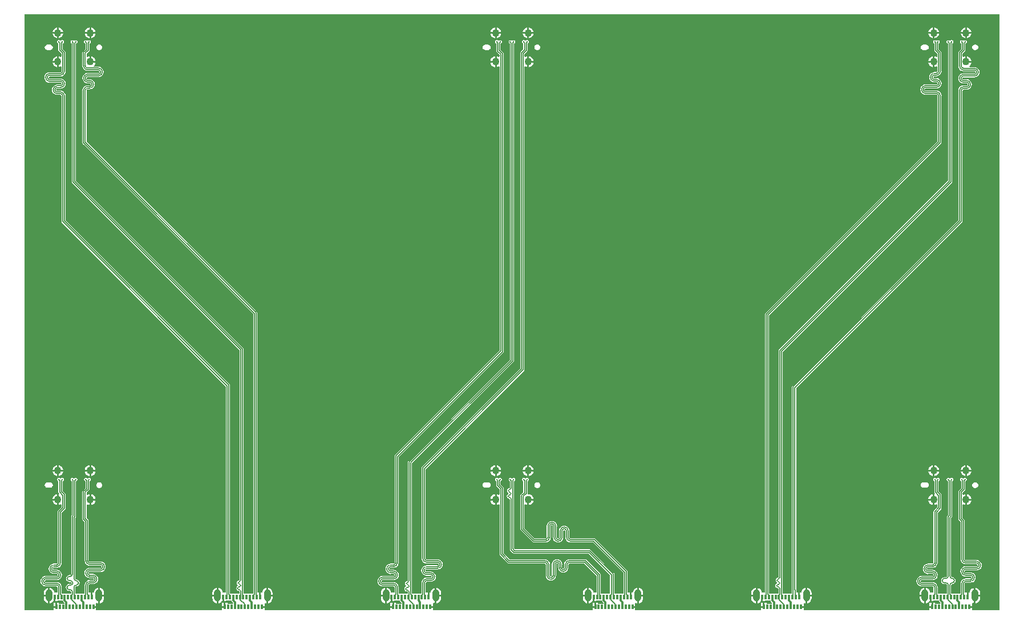
<source format=gbr>
%TF.GenerationSoftware,Altium Limited,Altium Designer,22.5.1 (42)*%
G04 Layer_Physical_Order=8*
G04 Layer_Color=65280*
%FSLAX26Y26*%
%MOIN*%
%TF.SameCoordinates,0DA79311-8CAD-460E-879A-7D23F4F2BAF0*%
%TF.FilePolarity,Positive*%
%TF.FileFunction,Copper,L8,Bot,Signal*%
%TF.Part,Single*%
G01*
G75*
%TA.AperFunction,Conductor*%
%ADD10C,0.005906*%
%ADD14C,0.011811*%
%TA.AperFunction,ComponentPad*%
%ADD16C,0.043307*%
%ADD17O,0.039370X0.070866*%
%TA.AperFunction,ViaPad*%
%ADD18C,0.011811*%
%TA.AperFunction,ConnectorPad*%
%ADD20R,0.011811X0.031496*%
G36*
X6982802Y3403049D02*
X6822008D01*
Y3416260D01*
X6806102D01*
Y3426260D01*
X6822008D01*
Y3441764D01*
X6827008Y3445105D01*
X6830833Y3443520D01*
X6833582Y3443158D01*
Y3488189D01*
Y3533220D01*
X6830833Y3532858D01*
X6823612Y3529867D01*
X6817411Y3525109D01*
X6812653Y3518908D01*
X6809662Y3511686D01*
X6808921Y3506063D01*
X6801260D01*
Y3480315D01*
X6791260D01*
Y3506063D01*
X6780355D01*
X6778777Y3510410D01*
Y3528543D01*
X6778777Y3528543D01*
Y3557694D01*
X6778747Y3557847D01*
X6780447Y3561952D01*
X6784553Y3563653D01*
X6784705Y3563622D01*
X6812972D01*
Y3563499D01*
X6820772Y3564526D01*
X6828042Y3567537D01*
X6834284Y3572327D01*
X6839073Y3578569D01*
X6842084Y3585838D01*
X6843111Y3593639D01*
X6842084Y3601440D01*
X6839073Y3608709D01*
X6834284Y3614951D01*
X6828042Y3619741D01*
X6820772Y3622752D01*
X6812972Y3623779D01*
Y3623656D01*
X6784191D01*
X6784038Y3623626D01*
X6780295Y3625176D01*
X6778469Y3629584D01*
X6780295Y3633991D01*
X6784038Y3635542D01*
X6784191Y3635512D01*
X6848760D01*
Y3635389D01*
X6856561Y3636416D01*
X6863830Y3639427D01*
X6870072Y3644217D01*
X6874862Y3650459D01*
X6877873Y3657728D01*
X6878900Y3665529D01*
X6877873Y3673329D01*
X6874862Y3680599D01*
X6870072Y3686841D01*
X6863830Y3691630D01*
X6856561Y3694641D01*
X6848760Y3695668D01*
Y3695546D01*
X6784705D01*
X6784553Y3695515D01*
X6780447Y3697216D01*
X6778747Y3701321D01*
X6778777Y3701474D01*
Y3709446D01*
Y3926403D01*
X6778242Y3929091D01*
X6776719Y3931370D01*
X6765883Y3942206D01*
Y4019312D01*
X6770883Y4022199D01*
X6775184Y4019716D01*
X6782402Y4017782D01*
Y4049213D01*
Y4080643D01*
X6775184Y4078709D01*
X6770883Y4076226D01*
X6765883Y4079113D01*
Y4088927D01*
X6781640Y4104685D01*
X6783163Y4106964D01*
X6783698Y4109652D01*
Y4156794D01*
X6787071Y4158191D01*
X6789840Y4160960D01*
X6791339Y4164578D01*
Y4168493D01*
X6789840Y4172111D01*
X6787071Y4174880D01*
X6783454Y4176378D01*
X6779538D01*
X6775921Y4174880D01*
X6774860Y4173818D01*
X6771654Y4172655D01*
X6768447Y4173818D01*
X6767386Y4174880D01*
X6763769Y4176378D01*
X6759853D01*
X6756236Y4174880D01*
X6753467Y4172111D01*
X6751968Y4168493D01*
Y4164578D01*
X6753467Y4160960D01*
X6756236Y4158191D01*
X6759609Y4156794D01*
Y4116720D01*
X6743852Y4100963D01*
X6742329Y4098684D01*
X6741794Y4095995D01*
Y3935138D01*
X6742329Y3932450D01*
X6743852Y3930171D01*
X6754688Y3919334D01*
Y3709446D01*
Y3701474D01*
X6754565D01*
X6755592Y3693673D01*
X6758603Y3686404D01*
X6763393Y3680162D01*
X6769635Y3675372D01*
X6776904Y3672361D01*
X6784705Y3671334D01*
Y3671457D01*
X6848760D01*
X6848912Y3671487D01*
X6852656Y3669936D01*
X6854482Y3665529D01*
X6852656Y3661121D01*
X6848912Y3659570D01*
X6848760Y3659601D01*
X6784191D01*
Y3659724D01*
X6776390Y3658697D01*
X6769121Y3655686D01*
X6762879Y3650896D01*
X6758089Y3644654D01*
X6755078Y3637385D01*
X6754051Y3629584D01*
X6755078Y3621783D01*
X6758089Y3614514D01*
X6762879Y3608272D01*
X6769121Y3603482D01*
X6776390Y3600471D01*
X6784191Y3599444D01*
Y3599567D01*
X6812972D01*
X6813124Y3599597D01*
X6816868Y3598047D01*
X6818693Y3593639D01*
X6816868Y3589232D01*
X6813124Y3587681D01*
X6812972Y3587711D01*
X6784705D01*
Y3587834D01*
X6776904Y3586807D01*
X6769635Y3583796D01*
X6763393Y3579006D01*
X6758603Y3572764D01*
X6755592Y3565495D01*
X6754565Y3557694D01*
X6754688D01*
Y3532702D01*
X6754688Y3532702D01*
Y3500000D01*
X6747244D01*
Y3500197D01*
X6707480D01*
Y3500000D01*
X6700037D01*
Y3549756D01*
X6700006Y3549909D01*
X6701630Y3553827D01*
X6705966Y3555430D01*
Y3555431D01*
X6713708Y3556971D01*
X6720271Y3561356D01*
X6724657Y3567920D01*
X6726197Y3575662D01*
Y3575662D01*
Y3575662D01*
X6726197D01*
X6724657Y3583404D01*
X6720271Y3589967D01*
X6713708Y3594353D01*
X6705966Y3595893D01*
Y3595893D01*
X6701630Y3597496D01*
X6700006Y3601415D01*
X6700037Y3601567D01*
Y3621574D01*
Y3942932D01*
X6702900Y3945796D01*
X6704423Y3948075D01*
X6704958Y3950763D01*
Y4156794D01*
X6708331Y4158191D01*
X6711100Y4160960D01*
X6712599Y4164578D01*
Y4168493D01*
X6711100Y4172111D01*
X6708331Y4174880D01*
X6704714Y4176378D01*
X6700798D01*
X6697181Y4174880D01*
X6696120Y4173818D01*
X6692913Y4172655D01*
X6689707Y4173818D01*
X6688646Y4174880D01*
X6685029Y4176378D01*
X6681113D01*
X6677496Y4174880D01*
X6674727Y4172111D01*
X6673228Y4168493D01*
Y4164578D01*
X6674727Y4160960D01*
X6677496Y4158191D01*
X6680869Y4156794D01*
Y3957831D01*
X6678005Y3954967D01*
X6676483Y3952689D01*
X6675948Y3950000D01*
Y3617098D01*
Y3601024D01*
X6675978Y3600872D01*
X6674278Y3596766D01*
X6670172Y3595066D01*
X6670020Y3595096D01*
X6661093D01*
Y3595350D01*
X6653351Y3593810D01*
X6646787Y3589424D01*
X6642402Y3582861D01*
X6640862Y3575119D01*
Y3575119D01*
Y3575118D01*
X6640862D01*
X6642402Y3567376D01*
X6646787Y3560813D01*
X6653351Y3556427D01*
X6661093Y3554887D01*
Y3555141D01*
X6670020D01*
X6670172Y3555171D01*
X6674278Y3553471D01*
X6675978Y3549365D01*
X6675948Y3549213D01*
Y3500000D01*
X6668504D01*
Y3500197D01*
X6628740D01*
Y3500000D01*
X6621297D01*
Y3536516D01*
X6621419D01*
X6620392Y3544317D01*
X6617381Y3551586D01*
X6612592Y3557828D01*
X6606350Y3562618D01*
X6599080Y3565629D01*
X6591280Y3566656D01*
Y3566533D01*
X6527224D01*
X6527072Y3566503D01*
X6522967Y3568203D01*
X6521203Y3572461D01*
X6522967Y3576719D01*
X6527072Y3578419D01*
X6527224Y3578389D01*
X6591596D01*
Y3578266D01*
X6599396Y3579293D01*
X6606665Y3582304D01*
X6612908Y3587094D01*
X6617697Y3593336D01*
X6620708Y3600605D01*
X6621735Y3608406D01*
X6620708Y3616206D01*
X6617697Y3623476D01*
X6612908Y3629718D01*
X6606665Y3634508D01*
X6599396Y3637518D01*
X6591596Y3638545D01*
Y3638423D01*
X6564853D01*
X6564701Y3638392D01*
X6560595Y3640093D01*
X6558832Y3644351D01*
X6560595Y3648608D01*
X6564701Y3650309D01*
X6564853Y3650279D01*
X6591280D01*
Y3650156D01*
X6599080Y3651183D01*
X6606350Y3654194D01*
X6612592Y3658983D01*
X6617381Y3665226D01*
X6620392Y3672495D01*
X6621419Y3680295D01*
X6621297D01*
Y3712794D01*
Y3972453D01*
X6641975Y3993132D01*
X6643498Y3995411D01*
X6644033Y3998099D01*
Y4078430D01*
X6643498Y4081118D01*
X6641975Y4083397D01*
X6626218Y4099154D01*
Y4156794D01*
X6629591Y4158191D01*
X6632360Y4160960D01*
X6633858Y4164578D01*
Y4168493D01*
X6632360Y4172111D01*
X6629591Y4174880D01*
X6625974Y4176378D01*
X6622058D01*
X6618440Y4174880D01*
X6617379Y4173818D01*
X6614173Y4172655D01*
X6610967Y4173818D01*
X6609906Y4174880D01*
X6606288Y4176378D01*
X6602373D01*
X6598755Y4174880D01*
X6595987Y4172111D01*
X6594488Y4168493D01*
Y4164578D01*
X6595987Y4160960D01*
X6598755Y4158191D01*
X6602129Y4156794D01*
Y4092086D01*
X6602664Y4089398D01*
X6604186Y4087119D01*
X6606240Y4085065D01*
X6603652Y4080582D01*
X6603425Y4080643D01*
Y4049213D01*
Y4017782D01*
X6610643Y4019716D01*
X6614944Y4022199D01*
X6619944Y4019312D01*
Y4005167D01*
X6599265Y3984488D01*
X6597742Y3982210D01*
X6597208Y3979521D01*
Y3712794D01*
Y3680295D01*
X6597238Y3680143D01*
X6595537Y3676038D01*
X6591432Y3674337D01*
X6591280Y3674367D01*
X6564853D01*
Y3674490D01*
X6557052Y3673463D01*
X6549783Y3670452D01*
X6543541Y3665662D01*
X6538751Y3659420D01*
X6535740Y3652151D01*
X6534713Y3644351D01*
X6535740Y3636550D01*
X6538751Y3629281D01*
X6543541Y3623039D01*
X6549783Y3618249D01*
X6557052Y3615238D01*
X6564853Y3614211D01*
Y3614334D01*
X6591596D01*
X6591748Y3614364D01*
X6595853Y3612664D01*
X6597617Y3608406D01*
X6595853Y3604148D01*
X6591748Y3602448D01*
X6591596Y3602478D01*
X6527224D01*
Y3602601D01*
X6519424Y3601574D01*
X6512155Y3598563D01*
X6505913Y3593773D01*
X6501123Y3587531D01*
X6498112Y3580262D01*
X6497085Y3572461D01*
X6498112Y3564660D01*
X6501123Y3557391D01*
X6505913Y3551149D01*
X6512155Y3546359D01*
X6519424Y3543348D01*
X6527224Y3542321D01*
Y3542444D01*
X6591280D01*
X6591432Y3542474D01*
X6595537Y3540774D01*
X6597238Y3536668D01*
X6597208Y3536516D01*
Y3510410D01*
X6595630Y3506063D01*
X6576905D01*
X6576165Y3511686D01*
X6573174Y3518908D01*
X6568416Y3525109D01*
X6562215Y3529867D01*
X6554993Y3532858D01*
X6552244Y3533220D01*
Y3488189D01*
Y3443158D01*
X6554993Y3443520D01*
X6562215Y3446511D01*
X6568416Y3451269D01*
X6570946Y3454567D01*
X6574724D01*
Y3480315D01*
X6584724D01*
Y3454567D01*
X6595630D01*
Y3460630D01*
X6604252D01*
X6609252Y3460630D01*
Y3460630D01*
X6609252D01*
Y3460630D01*
X6628543D01*
Y3459646D01*
X6629323Y3455728D01*
X6631542Y3452408D01*
X6638004Y3445945D01*
X6637465Y3440945D01*
X6624094D01*
X6619095Y3440945D01*
Y3440945D01*
X6619094D01*
Y3440945D01*
X6605472D01*
Y3447008D01*
X6594567D01*
Y3421260D01*
X6589567D01*
Y3416260D01*
X6573661D01*
Y3403049D01*
X5837756D01*
Y3416260D01*
X5821850D01*
Y3426260D01*
X5837756D01*
Y3441764D01*
X5842756Y3445105D01*
X5846581Y3443520D01*
X5849331Y3443158D01*
Y3488189D01*
Y3533220D01*
X5846581Y3532858D01*
X5839360Y3529867D01*
X5833159Y3525109D01*
X5828401Y3518908D01*
X5825410Y3511686D01*
X5824669Y3506063D01*
X5817008D01*
Y3480315D01*
X5807008D01*
Y3506063D01*
X5799399D01*
X5795886Y3506659D01*
X5794525Y3510410D01*
Y3523622D01*
X5794426Y3524117D01*
Y4700831D01*
X6763825Y5670230D01*
X6765348Y5672509D01*
X6765883Y5675197D01*
Y6409906D01*
Y6439783D01*
X6765853Y6439935D01*
X6767553Y6444041D01*
X6771659Y6445742D01*
X6771811Y6445711D01*
X6790843D01*
Y6445588D01*
X6798643Y6446615D01*
X6805913Y6449626D01*
X6812155Y6454416D01*
X6816944Y6460658D01*
X6819955Y6467927D01*
X6820982Y6475728D01*
X6819955Y6483529D01*
X6816944Y6490798D01*
X6812155Y6497040D01*
X6805913Y6501830D01*
X6798643Y6504841D01*
X6790843Y6505868D01*
Y6505745D01*
X6771274D01*
X6771122Y6505715D01*
X6767378Y6507265D01*
X6765553Y6511673D01*
X6767378Y6516080D01*
X6771122Y6517631D01*
X6771274Y6517601D01*
X6835866D01*
Y6517478D01*
X6843667Y6518505D01*
X6850936Y6521516D01*
X6857178Y6526306D01*
X6861968Y6532548D01*
X6864979Y6539817D01*
X6866006Y6547618D01*
X6864979Y6555418D01*
X6861968Y6562688D01*
X6857178Y6568930D01*
X6850936Y6573719D01*
X6843667Y6576730D01*
X6835866Y6577757D01*
Y6577635D01*
X6807650D01*
X6806311Y6582635D01*
X6806837Y6582939D01*
X6812731Y6588832D01*
X6816898Y6596050D01*
X6818832Y6603268D01*
X6787402D01*
Y6608268D01*
X6782402D01*
Y6639698D01*
X6775184Y6637764D01*
X6770883Y6635281D01*
X6765883Y6638168D01*
Y6654878D01*
X6781640Y6670636D01*
X6783163Y6672915D01*
X6783698Y6675603D01*
Y6715849D01*
X6787071Y6717247D01*
X6789840Y6720015D01*
X6791339Y6723633D01*
Y6727548D01*
X6789840Y6731166D01*
X6787071Y6733935D01*
X6783454Y6735433D01*
X6779538D01*
X6775921Y6733935D01*
X6774860Y6732873D01*
X6771654Y6731710D01*
X6768447Y6732873D01*
X6767386Y6733935D01*
X6763769Y6735433D01*
X6759853D01*
X6756236Y6733935D01*
X6753467Y6731166D01*
X6751968Y6727548D01*
Y6723633D01*
X6753467Y6720015D01*
X6756236Y6717247D01*
X6759609Y6715849D01*
Y6682671D01*
X6743852Y6666914D01*
X6742329Y6664635D01*
X6741794Y6661946D01*
Y6583562D01*
X6741671D01*
X6742698Y6575762D01*
X6745709Y6568493D01*
X6750499Y6562251D01*
X6756741Y6557461D01*
X6764010Y6554450D01*
X6771811Y6553423D01*
Y6553546D01*
X6835866D01*
X6836019Y6553576D01*
X6839762Y6552025D01*
X6841588Y6547618D01*
X6839762Y6543210D01*
X6836019Y6541659D01*
X6835866Y6541690D01*
X6771274D01*
Y6541812D01*
X6763474Y6540785D01*
X6756204Y6537775D01*
X6749962Y6532985D01*
X6745172Y6526743D01*
X6742162Y6519474D01*
X6741135Y6511673D01*
X6742162Y6503872D01*
X6745172Y6496603D01*
X6749962Y6490361D01*
X6756204Y6485571D01*
X6763474Y6482560D01*
X6771274Y6481533D01*
Y6481656D01*
X6790843D01*
X6790995Y6481686D01*
X6794739Y6480136D01*
X6796564Y6475728D01*
X6794739Y6471321D01*
X6790995Y6469770D01*
X6790843Y6469800D01*
X6771811D01*
Y6469923D01*
X6764010Y6468896D01*
X6756741Y6465885D01*
X6750499Y6461095D01*
X6745709Y6454853D01*
X6742698Y6447584D01*
X6741671Y6439783D01*
X6741794D01*
Y6409906D01*
Y5682265D01*
X5772395Y4712866D01*
X5770872Y4710587D01*
X5770337Y4707899D01*
Y3523622D01*
X5770337Y3523622D01*
X5770436Y3523126D01*
Y3511048D01*
X5770436Y3511048D01*
Y3500000D01*
X5762992D01*
Y3500197D01*
X5723228D01*
Y3500000D01*
X5715785D01*
Y3525096D01*
X5715883Y3525591D01*
X5715883Y4912641D01*
X6702900Y5899659D01*
X6704423Y5901938D01*
X6704958Y5904626D01*
Y6715849D01*
X6708331Y6717247D01*
X6711100Y6720015D01*
X6712599Y6723633D01*
Y6727548D01*
X6711100Y6731166D01*
X6708331Y6733935D01*
X6704714Y6735433D01*
X6700798D01*
X6697181Y6733935D01*
X6696120Y6732873D01*
X6692913Y6731710D01*
X6689707Y6732873D01*
X6688646Y6733935D01*
X6685029Y6735433D01*
X6681113D01*
X6677496Y6733935D01*
X6674727Y6731166D01*
X6673228Y6727548D01*
Y6723633D01*
X6674727Y6720015D01*
X6677496Y6717247D01*
X6680869Y6715849D01*
Y5911694D01*
X5693852Y4924677D01*
X5692329Y4922398D01*
X5691794Y4919710D01*
X5691794Y3615937D01*
Y3597239D01*
X5690901Y3592801D01*
X5690866Y3592787D01*
Y3592765D01*
X5690865Y3592624D01*
X5685074Y3591472D01*
X5680164Y3588191D01*
X5676884Y3583282D01*
X5675732Y3577491D01*
Y3577491D01*
Y3577490D01*
X5675732D01*
X5676884Y3571699D01*
X5680164Y3566790D01*
X5682940Y3564935D01*
X5682054Y3559661D01*
X5677144Y3556381D01*
X5673864Y3551471D01*
X5672712Y3545680D01*
Y3545680D01*
Y3545679D01*
X5672712D01*
X5673864Y3539888D01*
X5677144Y3534979D01*
X5682054Y3531698D01*
X5687845Y3530546D01*
Y3530546D01*
X5691560Y3528159D01*
X5691696Y3525590D01*
Y3500000D01*
X5684252D01*
Y3500197D01*
X5644488D01*
Y3500000D01*
X5637044D01*
Y3522144D01*
X5637143Y3522638D01*
Y5124822D01*
X6641975Y6129654D01*
X6643498Y6131933D01*
X6644033Y6134621D01*
Y6402159D01*
Y6410132D01*
X6644155D01*
X6643128Y6417933D01*
X6640118Y6425202D01*
X6635328Y6431444D01*
X6629086Y6436234D01*
X6621816Y6439245D01*
X6614016Y6440272D01*
Y6440149D01*
X6549961D01*
X6549808Y6440119D01*
X6545703Y6441819D01*
X6543939Y6446077D01*
X6545703Y6450335D01*
X6549808Y6452035D01*
X6549961Y6452005D01*
X6614278D01*
Y6451882D01*
X6622078Y6452909D01*
X6629348Y6455920D01*
X6635590Y6460710D01*
X6640380Y6466952D01*
X6643390Y6474221D01*
X6644417Y6482022D01*
X6643390Y6489823D01*
X6640380Y6497092D01*
X6635590Y6503334D01*
X6629348Y6508124D01*
X6622078Y6511135D01*
X6614278Y6512162D01*
Y6512039D01*
X6602048D01*
X6601895Y6512008D01*
X6597790Y6513709D01*
X6596026Y6517967D01*
X6597790Y6522225D01*
X6601895Y6523925D01*
X6602048Y6523895D01*
X6614016D01*
Y6523772D01*
X6621816Y6524799D01*
X6629086Y6527810D01*
X6635328Y6532600D01*
X6640118Y6538842D01*
X6643128Y6546111D01*
X6644155Y6553912D01*
X6644033D01*
Y6588583D01*
Y6661946D01*
X6643498Y6664635D01*
X6641975Y6666914D01*
X6626218Y6682671D01*
Y6715849D01*
X6629591Y6717247D01*
X6632360Y6720015D01*
X6633858Y6723633D01*
Y6727548D01*
X6632360Y6731166D01*
X6629591Y6733935D01*
X6625974Y6735433D01*
X6622058D01*
X6618440Y6733935D01*
X6617379Y6732873D01*
X6614173Y6731710D01*
X6610967Y6732873D01*
X6609906Y6733935D01*
X6606288Y6735433D01*
X6602373D01*
X6598755Y6733935D01*
X6595987Y6731166D01*
X6594488Y6727548D01*
Y6723633D01*
X6595987Y6720015D01*
X6598755Y6717247D01*
X6602129Y6715849D01*
Y6675603D01*
X6602664Y6672915D01*
X6604186Y6670636D01*
X6619944Y6654878D01*
Y6638168D01*
X6614944Y6635281D01*
X6610643Y6637764D01*
X6603425Y6639698D01*
Y6608268D01*
Y6576837D01*
X6610643Y6578771D01*
X6614944Y6581254D01*
X6619944Y6578368D01*
Y6553912D01*
X6619974Y6553759D01*
X6618274Y6549654D01*
X6614168Y6547953D01*
X6614016Y6547984D01*
X6602048D01*
Y6548106D01*
X6594247Y6547079D01*
X6586978Y6544069D01*
X6580736Y6539279D01*
X6575946Y6533037D01*
X6572935Y6525767D01*
X6571908Y6517967D01*
X6572935Y6510166D01*
X6575946Y6502897D01*
X6580736Y6496655D01*
X6586978Y6491865D01*
X6594247Y6488854D01*
X6602048Y6487827D01*
Y6487950D01*
X6614278D01*
X6614430Y6487980D01*
X6618535Y6486280D01*
X6620299Y6482022D01*
X6618535Y6477764D01*
X6614430Y6476064D01*
X6614278Y6476094D01*
X6549961D01*
Y6476217D01*
X6542160Y6475190D01*
X6534891Y6472179D01*
X6528649Y6467389D01*
X6523859Y6461147D01*
X6520848Y6453878D01*
X6519821Y6446077D01*
X6520848Y6438276D01*
X6523859Y6431007D01*
X6528649Y6424765D01*
X6534891Y6419975D01*
X6542160Y6416965D01*
X6549961Y6415938D01*
Y6416060D01*
X6614016D01*
X6614168Y6416091D01*
X6618274Y6414390D01*
X6619974Y6410285D01*
X6619944Y6410132D01*
Y6402159D01*
Y6141689D01*
X5615111Y5136857D01*
X5613589Y5134578D01*
X5613054Y5131890D01*
Y3523131D01*
X5612956Y3522638D01*
Y3510410D01*
X5611378Y3506063D01*
X5592653D01*
X5591913Y3511686D01*
X5588922Y3518908D01*
X5584164Y3525109D01*
X5577963Y3529867D01*
X5570742Y3532858D01*
X5567992Y3533220D01*
Y3488189D01*
Y3443158D01*
X5570742Y3443520D01*
X5577963Y3446511D01*
X5584164Y3451269D01*
X5586694Y3454567D01*
X5590472D01*
Y3480315D01*
X5600472D01*
Y3454567D01*
X5611378D01*
Y3460630D01*
X5620000D01*
X5625000Y3460630D01*
Y3460630D01*
X5625000D01*
Y3460630D01*
X5644292D01*
Y3459646D01*
X5645071Y3455728D01*
X5647290Y3452408D01*
X5653752Y3445945D01*
X5653213Y3440945D01*
X5639842D01*
X5634843Y3440945D01*
Y3440945D01*
X5634842D01*
Y3440945D01*
X5621220D01*
Y3447008D01*
X5610315D01*
Y3421260D01*
X5605315D01*
Y3416260D01*
X5589409D01*
Y3403049D01*
X4853504D01*
Y3416260D01*
X4837599D01*
Y3426260D01*
X4853504D01*
Y3441764D01*
X4858504Y3445105D01*
X4862329Y3443520D01*
X4865079Y3443158D01*
Y3488189D01*
Y3533220D01*
X4862329Y3532858D01*
X4855108Y3529867D01*
X4848907Y3525109D01*
X4844149Y3518908D01*
X4841158Y3511686D01*
X4840417Y3506063D01*
X4832756D01*
Y3480315D01*
X4822756D01*
Y3506063D01*
X4811850D01*
X4810273Y3510410D01*
Y3628273D01*
X4809738Y3630961D01*
X4808215Y3633240D01*
X4619362Y3822093D01*
X4617083Y3823616D01*
X4614395Y3824151D01*
X4475191D01*
X4475039Y3824120D01*
X4470934Y3825821D01*
X4469233Y3829927D01*
X4469263Y3830079D01*
Y3866353D01*
X4469386D01*
X4468359Y3874154D01*
X4465348Y3881423D01*
X4460559Y3887665D01*
X4454316Y3892455D01*
X4447047Y3895465D01*
X4439247Y3896492D01*
X4431446Y3895465D01*
X4424177Y3892455D01*
X4417935Y3887665D01*
X4413145Y3881423D01*
X4410134Y3874154D01*
X4409107Y3866353D01*
X4409230D01*
Y3828251D01*
X4409260Y3828099D01*
X4407560Y3823993D01*
X4403302Y3822230D01*
X4399044Y3823993D01*
X4397343Y3828099D01*
X4397374Y3828251D01*
Y3894134D01*
X4397497D01*
X4396470Y3901935D01*
X4393459Y3909204D01*
X4388669Y3915446D01*
X4382427Y3920236D01*
X4375158Y3923247D01*
X4367357Y3924274D01*
X4359556Y3923247D01*
X4352287Y3920236D01*
X4346045Y3915446D01*
X4341255Y3909204D01*
X4338244Y3901935D01*
X4337217Y3894134D01*
X4337340D01*
Y3830079D01*
X4337370Y3829927D01*
X4335670Y3825821D01*
X4331564Y3824120D01*
X4331412Y3824151D01*
X4266493D01*
X4206828Y3883815D01*
Y4019312D01*
X4211828Y4022199D01*
X4216129Y4019716D01*
X4223346Y4017782D01*
Y4049213D01*
X4228346D01*
Y4054213D01*
X4259777D01*
X4257843Y4061430D01*
X4253676Y4068648D01*
X4247782Y4074542D01*
X4240564Y4078709D01*
X4232514Y4080866D01*
X4228126D01*
X4227263Y4081508D01*
X4224509Y4085866D01*
X4224643Y4086541D01*
Y4156794D01*
X4228016Y4158191D01*
X4230785Y4160960D01*
X4232283Y4164578D01*
Y4168493D01*
X4230785Y4172111D01*
X4228016Y4174880D01*
X4224399Y4176378D01*
X4220483D01*
X4216866Y4174880D01*
X4215805Y4173818D01*
X4212598Y4172655D01*
X4209392Y4173818D01*
X4208331Y4174880D01*
X4204714Y4176378D01*
X4200798D01*
X4197181Y4174880D01*
X4194412Y4172111D01*
X4192913Y4168493D01*
Y4164578D01*
X4194412Y4160960D01*
X4197181Y4158191D01*
X4200554Y4156794D01*
Y4093609D01*
X4184797Y4077851D01*
X4183274Y4075572D01*
X4182739Y4072884D01*
Y3876747D01*
X4183274Y3874059D01*
X4184797Y3871780D01*
X4254457Y3802119D01*
X4256736Y3800597D01*
X4259424Y3800062D01*
X4331412D01*
Y3799939D01*
X4339213Y3800966D01*
X4346482Y3803977D01*
X4352724Y3808767D01*
X4357514Y3815009D01*
X4360525Y3822278D01*
X4361552Y3830079D01*
X4361429D01*
Y3894134D01*
X4361399Y3894286D01*
X4363099Y3898392D01*
X4367357Y3900155D01*
X4371615Y3898392D01*
X4373315Y3894286D01*
X4373285Y3894134D01*
Y3828251D01*
X4373162D01*
X4374189Y3820450D01*
X4377200Y3813181D01*
X4381990Y3806939D01*
X4388232Y3802149D01*
X4395501Y3799138D01*
X4403302Y3798111D01*
X4411102Y3799138D01*
X4418372Y3802149D01*
X4424614Y3806939D01*
X4429404Y3813181D01*
X4432414Y3820450D01*
X4433441Y3828251D01*
X4433319D01*
Y3866353D01*
X4433288Y3866505D01*
X4434989Y3870611D01*
X4439247Y3872374D01*
X4443504Y3870611D01*
X4445205Y3866505D01*
X4445175Y3866353D01*
Y3830079D01*
X4445052D01*
X4446079Y3822278D01*
X4449090Y3815009D01*
X4453880Y3808767D01*
X4460122Y3803977D01*
X4467391Y3800966D01*
X4475191Y3799939D01*
Y3800062D01*
X4607327D01*
X4786184Y3621205D01*
Y3500000D01*
X4778740D01*
Y3500197D01*
X4738976D01*
Y3500000D01*
X4731533D01*
Y3615059D01*
X4730998Y3617747D01*
X4729475Y3620026D01*
X4593550Y3755952D01*
X4591271Y3757474D01*
X4588583Y3758009D01*
X4152516D01*
X4145903Y3764622D01*
Y4156794D01*
X4149276Y4158191D01*
X4152045Y4160960D01*
X4153543Y4164578D01*
Y4168493D01*
X4152045Y4172111D01*
X4149276Y4174880D01*
X4145659Y4176378D01*
X4141743D01*
X4138126Y4174880D01*
X4137065Y4173818D01*
X4133858Y4172655D01*
X4130652Y4173818D01*
X4129591Y4174880D01*
X4125974Y4176378D01*
X4122058D01*
X4118440Y4174880D01*
X4115672Y4172111D01*
X4114173Y4168493D01*
Y4164578D01*
X4115672Y4160960D01*
X4118440Y4158191D01*
X4121814Y4156794D01*
Y4120800D01*
X4120544Y4116326D01*
X4114753Y4115174D01*
X4109843Y4111894D01*
X4106563Y4106984D01*
X4105411Y4101193D01*
Y4101193D01*
Y4101193D01*
X4105411D01*
X4106563Y4095401D01*
X4109843Y4090492D01*
X4112775Y4088533D01*
X4112566Y4085537D01*
X4111964Y4083062D01*
X4107505Y4080083D01*
X4104224Y4075173D01*
X4103072Y4069382D01*
Y4069382D01*
Y4069381D01*
X4103072D01*
X4104224Y4063590D01*
X4107505Y4058681D01*
X4112414Y4055400D01*
X4118206Y4054249D01*
X4121814Y4050889D01*
Y3757554D01*
X4122349Y3754866D01*
X4123872Y3752587D01*
X4140481Y3735978D01*
X4142760Y3734455D01*
X4145448Y3733920D01*
X4581515D01*
X4707444Y3607991D01*
Y3500000D01*
X4700000D01*
Y3500197D01*
X4660236D01*
Y3500000D01*
X4652792D01*
Y3610138D01*
X4652258Y3612826D01*
X4650735Y3615105D01*
X4567959Y3697881D01*
X4565681Y3699403D01*
X4562992Y3699938D01*
X4469326D01*
Y3700061D01*
X4461525Y3699034D01*
X4454256Y3696023D01*
X4448014Y3691233D01*
X4443224Y3684991D01*
X4440213Y3677722D01*
X4439186Y3669921D01*
X4439309D01*
Y3652491D01*
X4439340Y3652339D01*
X4437639Y3648233D01*
X4433381Y3646470D01*
X4429124Y3648233D01*
X4427423Y3652339D01*
X4427453Y3652491D01*
Y3670132D01*
X4427576D01*
X4426549Y3677932D01*
X4423538Y3685201D01*
X4418748Y3691443D01*
X4412506Y3696233D01*
X4405237Y3699244D01*
X4397436Y3700271D01*
X4389636Y3699244D01*
X4382367Y3696233D01*
X4376125Y3691443D01*
X4371335Y3685201D01*
X4368324Y3677932D01*
X4367297Y3670132D01*
X4367420D01*
Y3605866D01*
X4367450Y3605714D01*
X4365749Y3601608D01*
X4361492Y3599845D01*
X4357234Y3601608D01*
X4355533Y3605714D01*
X4355564Y3605866D01*
Y3669921D01*
X4355686D01*
X4354659Y3677722D01*
X4351649Y3684991D01*
X4346859Y3691233D01*
X4340617Y3696023D01*
X4333348Y3699034D01*
X4325547Y3700061D01*
Y3699938D01*
X4120036D01*
X4084977Y3734996D01*
Y4117534D01*
X4084443Y4120223D01*
X4082920Y4122502D01*
X4067163Y4138259D01*
Y4156794D01*
X4070536Y4158191D01*
X4073305Y4160960D01*
X4074803Y4164578D01*
Y4168493D01*
X4073305Y4172111D01*
X4070536Y4174880D01*
X4066919Y4176378D01*
X4063003D01*
X4059385Y4174880D01*
X4058324Y4173818D01*
X4055118Y4172655D01*
X4051912Y4173818D01*
X4050851Y4174880D01*
X4047233Y4176378D01*
X4043318D01*
X4039700Y4174880D01*
X4036932Y4172111D01*
X4035433Y4168493D01*
Y4164578D01*
X4036932Y4160960D01*
X4039700Y4158191D01*
X4043074Y4156794D01*
Y4131191D01*
X4043608Y4128502D01*
X4045131Y4126224D01*
X4060889Y4110466D01*
Y4079113D01*
X4055889Y4076226D01*
X4051588Y4078709D01*
X4044370Y4080643D01*
Y4049213D01*
Y4017782D01*
X4051588Y4019716D01*
X4055889Y4022199D01*
X4060889Y4019312D01*
Y3727928D01*
X4061423Y3725240D01*
X4062946Y3722961D01*
X4108000Y3677907D01*
X4110279Y3676384D01*
X4112968Y3675849D01*
X4325547D01*
X4325699Y3675880D01*
X4329805Y3674179D01*
X4331505Y3670073D01*
X4331475Y3669921D01*
Y3605866D01*
X4331352D01*
X4332379Y3598065D01*
X4335390Y3590796D01*
X4340180Y3584554D01*
X4346422Y3579764D01*
X4353691Y3576753D01*
X4361492Y3575726D01*
X4369292Y3576753D01*
X4376561Y3579764D01*
X4382804Y3584554D01*
X4387593Y3590796D01*
X4390604Y3598065D01*
X4391631Y3605866D01*
X4391508D01*
Y3670132D01*
X4391478Y3670284D01*
X4393179Y3674389D01*
X4397436Y3676153D01*
X4401694Y3674389D01*
X4403395Y3670284D01*
X4403364Y3670132D01*
Y3652491D01*
X4403242D01*
X4404269Y3644691D01*
X4407280Y3637421D01*
X4412069Y3631179D01*
X4418311Y3626390D01*
X4425581Y3623379D01*
X4433381Y3622352D01*
X4441182Y3623379D01*
X4448451Y3626390D01*
X4454693Y3631179D01*
X4459483Y3637421D01*
X4462494Y3644691D01*
X4463521Y3652491D01*
X4463398D01*
Y3669921D01*
X4463368Y3670073D01*
X4465068Y3674179D01*
X4469174Y3675880D01*
X4469326Y3675849D01*
X4555924D01*
X4628704Y3603070D01*
Y3510410D01*
X4627126Y3506063D01*
X4608401D01*
X4607661Y3511686D01*
X4604670Y3518908D01*
X4599912Y3525109D01*
X4593711Y3529867D01*
X4586489Y3532858D01*
X4583740Y3533220D01*
Y3488189D01*
Y3443158D01*
X4586489Y3443520D01*
X4593711Y3446511D01*
X4599912Y3451269D01*
X4602442Y3454567D01*
X4606220D01*
Y3480315D01*
X4616220D01*
Y3454567D01*
X4627126D01*
Y3460630D01*
X4635748D01*
X4640748Y3460630D01*
Y3460630D01*
X4640748D01*
Y3460630D01*
X4660039D01*
Y3459646D01*
X4660819Y3455728D01*
X4663038Y3452408D01*
X4669500Y3445945D01*
X4668961Y3440945D01*
X4655590D01*
X4650591Y3440945D01*
Y3440945D01*
X4650590D01*
Y3440945D01*
X4636968D01*
Y3447008D01*
X4626063D01*
Y3421260D01*
X4621063D01*
Y3416260D01*
X4605157D01*
Y3403049D01*
X3672401D01*
Y3416260D01*
X3656496D01*
Y3426260D01*
X3672401D01*
Y3441764D01*
X3677402Y3445105D01*
X3681227Y3443520D01*
X3683976Y3443158D01*
Y3488189D01*
Y3533220D01*
X3681227Y3532858D01*
X3674006Y3529867D01*
X3667805Y3525109D01*
X3663047Y3518908D01*
X3660055Y3511686D01*
X3659315Y3506063D01*
X3651654D01*
Y3480315D01*
X3641654D01*
Y3506063D01*
X3630748D01*
X3629170Y3510410D01*
Y3562444D01*
X3629140Y3562596D01*
X3630841Y3566702D01*
X3634946Y3568402D01*
X3635098Y3568372D01*
X3658811D01*
Y3568249D01*
X3666612Y3569276D01*
X3673881Y3572287D01*
X3680123Y3577077D01*
X3684913Y3583319D01*
X3687924Y3590588D01*
X3688951Y3598389D01*
X3687924Y3606189D01*
X3684913Y3613458D01*
X3680123Y3619700D01*
X3673881Y3624490D01*
X3666612Y3627501D01*
X3658811Y3628528D01*
Y3628405D01*
X3634231D01*
X3634079Y3628375D01*
X3629974Y3630076D01*
X3628210Y3634333D01*
X3629974Y3638591D01*
X3634079Y3640292D01*
X3634231Y3640261D01*
X3699154D01*
Y3640139D01*
X3706954Y3641166D01*
X3714224Y3644177D01*
X3720466Y3648966D01*
X3725255Y3655208D01*
X3728266Y3662477D01*
X3729293Y3670278D01*
X3728266Y3678079D01*
X3725255Y3685348D01*
X3720466Y3691590D01*
X3714224Y3696380D01*
X3706954Y3699391D01*
X3699154Y3700418D01*
Y3700295D01*
X3635098D01*
X3634946Y3700265D01*
X3630841Y3701965D01*
X3629140Y3706071D01*
X3629170Y3706223D01*
Y3714196D01*
Y4227504D01*
X4204770Y4803104D01*
X4206293Y4805382D01*
X4206828Y4808071D01*
Y6578368D01*
X4211828Y6581254D01*
X4216129Y6578771D01*
X4223346Y6576837D01*
Y6608268D01*
Y6639698D01*
X4216129Y6637764D01*
X4211828Y6635281D01*
X4206828Y6638168D01*
Y6653900D01*
X4222585Y6669658D01*
X4224108Y6671936D01*
X4224643Y6674625D01*
Y6715849D01*
X4228016Y6717247D01*
X4230785Y6720015D01*
X4232283Y6723633D01*
Y6727548D01*
X4230785Y6731166D01*
X4228016Y6733935D01*
X4224399Y6735433D01*
X4220483D01*
X4216866Y6733935D01*
X4215805Y6732873D01*
X4212598Y6731710D01*
X4209392Y6732873D01*
X4208331Y6733935D01*
X4204714Y6735433D01*
X4200798D01*
X4197181Y6733935D01*
X4194412Y6731166D01*
X4192913Y6727548D01*
Y6723633D01*
X4194412Y6720015D01*
X4197181Y6717247D01*
X4200554Y6715849D01*
Y6681693D01*
X4184797Y6665935D01*
X4183274Y6663657D01*
X4182739Y6660968D01*
Y4815139D01*
X3607139Y4239539D01*
X3605616Y4237260D01*
X3605082Y4234572D01*
Y3714196D01*
Y3706223D01*
X3604959D01*
X3605986Y3698422D01*
X3608997Y3691153D01*
X3613787Y3684911D01*
X3620029Y3680121D01*
X3627298Y3677110D01*
X3635098Y3676083D01*
Y3676206D01*
X3699154D01*
X3699306Y3676236D01*
X3703411Y3674536D01*
X3705175Y3670278D01*
X3703411Y3666021D01*
X3699306Y3664320D01*
X3699154Y3664350D01*
X3634231D01*
Y3664473D01*
X3626430Y3663446D01*
X3619161Y3660435D01*
X3612919Y3655645D01*
X3608130Y3649403D01*
X3605119Y3642134D01*
X3604092Y3634333D01*
X3605119Y3626533D01*
X3608130Y3619264D01*
X3612919Y3613021D01*
X3619161Y3608232D01*
X3626430Y3605221D01*
X3634231Y3604194D01*
Y3604317D01*
X3658811D01*
X3658963Y3604347D01*
X3663069Y3602646D01*
X3664832Y3598389D01*
X3663069Y3594131D01*
X3658963Y3592430D01*
X3658811Y3592461D01*
X3635098D01*
Y3592583D01*
X3627298Y3591556D01*
X3620029Y3588546D01*
X3613787Y3583756D01*
X3608997Y3577514D01*
X3605986Y3570244D01*
X3604959Y3562444D01*
X3605082D01*
Y3528543D01*
Y3500000D01*
X3597638D01*
Y3500197D01*
X3557874D01*
Y3500000D01*
X3550430D01*
Y4261534D01*
X4143845Y4854949D01*
X4145368Y4857228D01*
X4145903Y4859917D01*
Y6715849D01*
X4149276Y6717247D01*
X4152045Y6720015D01*
X4153543Y6723633D01*
Y6727548D01*
X4152045Y6731166D01*
X4149276Y6733935D01*
X4145659Y6735433D01*
X4141743D01*
X4138126Y6733935D01*
X4137065Y6732873D01*
X4133858Y6731710D01*
X4130652Y6732873D01*
X4129591Y6733935D01*
X4125974Y6735433D01*
X4122058D01*
X4118440Y6733935D01*
X4115672Y6731166D01*
X4114173Y6727548D01*
Y6723633D01*
X4115672Y6720015D01*
X4118440Y6717247D01*
X4121814Y6715849D01*
Y4866985D01*
X3528399Y4273570D01*
X3526876Y4271291D01*
X3526341Y4268602D01*
Y3601753D01*
Y3578334D01*
X3524444Y3574120D01*
X3518653Y3572968D01*
X3513744Y3569688D01*
X3510463Y3564778D01*
X3509311Y3558987D01*
Y3558987D01*
Y3558986D01*
X3509311D01*
X3510463Y3553195D01*
X3513744Y3548286D01*
X3516033Y3546756D01*
X3514977Y3541448D01*
X3513513Y3541157D01*
X3508603Y3537877D01*
X3505323Y3532967D01*
X3504171Y3527176D01*
Y3527176D01*
Y3527175D01*
X3504171D01*
X3505323Y3521385D01*
X3508603Y3516475D01*
X3513513Y3513194D01*
X3519304Y3512043D01*
Y3512198D01*
X3525414D01*
Y3511880D01*
X3525844Y3511701D01*
X3526023Y3511270D01*
X3526341D01*
Y3500000D01*
X3518898D01*
Y3500197D01*
X3479134D01*
Y3500000D01*
X3471690D01*
Y3536516D01*
X3471813D01*
X3470786Y3544317D01*
X3467775Y3551586D01*
X3462985Y3557828D01*
X3456743Y3562618D01*
X3449474Y3565629D01*
X3441673Y3566656D01*
Y3566533D01*
X3377618D01*
X3377466Y3566503D01*
X3373360Y3568203D01*
X3371597Y3572461D01*
X3373360Y3576719D01*
X3377466Y3578419D01*
X3377618Y3578389D01*
X3441896D01*
Y3578266D01*
X3449697Y3579293D01*
X3456966Y3582304D01*
X3463208Y3587094D01*
X3467998Y3593336D01*
X3471009Y3600605D01*
X3472036Y3608406D01*
X3471009Y3616206D01*
X3467998Y3623476D01*
X3463208Y3629718D01*
X3456966Y3634508D01*
X3449697Y3637518D01*
X3441896Y3638545D01*
Y3638423D01*
X3424696D01*
X3424543Y3638392D01*
X3420438Y3640093D01*
X3418674Y3644351D01*
X3420438Y3648608D01*
X3424543Y3650309D01*
X3424696Y3650279D01*
X3441673D01*
Y3650156D01*
X3449474Y3651183D01*
X3456743Y3654194D01*
X3462985Y3658983D01*
X3467775Y3665226D01*
X3470786Y3672495D01*
X3471813Y3680295D01*
X3471690D01*
Y3722441D01*
Y4297386D01*
X4082920Y4908616D01*
X4084443Y4910895D01*
X4084977Y4913583D01*
Y6657160D01*
X4084443Y6659849D01*
X4082920Y6662128D01*
X4067163Y6677885D01*
Y6715849D01*
X4070536Y6717247D01*
X4073305Y6720015D01*
X4074803Y6723633D01*
Y6727548D01*
X4073305Y6731166D01*
X4070536Y6733935D01*
X4066919Y6735433D01*
X4063003D01*
X4059385Y6733935D01*
X4058324Y6732873D01*
X4055118Y6731710D01*
X4051912Y6732873D01*
X4050851Y6733935D01*
X4047233Y6735433D01*
X4043318D01*
X4039700Y6733935D01*
X4036932Y6731166D01*
X4035433Y6727548D01*
Y6723633D01*
X4036932Y6720015D01*
X4039700Y6717247D01*
X4043074Y6715849D01*
Y6670817D01*
X4043608Y6668129D01*
X4045131Y6665850D01*
X4060889Y6650092D01*
Y6638168D01*
X4055889Y6635281D01*
X4051588Y6637764D01*
X4044370Y6639698D01*
Y6608268D01*
Y6576837D01*
X4051588Y6578771D01*
X4055889Y6581254D01*
X4060889Y6578368D01*
Y4920651D01*
X3449659Y4309421D01*
X3448136Y4307142D01*
X3447601Y4304454D01*
Y3722441D01*
Y3680295D01*
X3447632Y3680143D01*
X3445931Y3676038D01*
X3441826Y3674337D01*
X3441673Y3674367D01*
X3424696D01*
Y3674490D01*
X3416895Y3673463D01*
X3409626Y3670452D01*
X3403384Y3665662D01*
X3398594Y3659420D01*
X3395583Y3652151D01*
X3394556Y3644351D01*
X3395583Y3636550D01*
X3398594Y3629281D01*
X3403384Y3623039D01*
X3409626Y3618249D01*
X3416895Y3615238D01*
X3424696Y3614211D01*
Y3614334D01*
X3441896D01*
X3442048Y3614364D01*
X3446154Y3612664D01*
X3447918Y3608406D01*
X3446154Y3604148D01*
X3442048Y3602448D01*
X3441896Y3602478D01*
X3377618D01*
Y3602601D01*
X3369817Y3601574D01*
X3362548Y3598563D01*
X3356306Y3593773D01*
X3351516Y3587531D01*
X3348506Y3580262D01*
X3347479Y3572461D01*
X3348506Y3564660D01*
X3351516Y3557391D01*
X3356306Y3551149D01*
X3362548Y3546359D01*
X3369817Y3543348D01*
X3377618Y3542321D01*
Y3542444D01*
X3441673D01*
X3441826Y3542474D01*
X3445931Y3540774D01*
X3447632Y3536668D01*
X3447601Y3536516D01*
Y3510410D01*
X3446024Y3506063D01*
X3427299D01*
X3426559Y3511686D01*
X3423568Y3518908D01*
X3418809Y3525109D01*
X3412608Y3529867D01*
X3405387Y3532858D01*
X3402637Y3533220D01*
Y3488189D01*
Y3443158D01*
X3405387Y3443520D01*
X3412608Y3446511D01*
X3418809Y3451269D01*
X3421340Y3454567D01*
X3425119D01*
Y3480315D01*
X3435119D01*
Y3454567D01*
X3446024D01*
Y3460630D01*
X3454646D01*
X3459646Y3460630D01*
Y3460630D01*
X3459646D01*
Y3460630D01*
X3478937D01*
Y3459646D01*
X3479716Y3455728D01*
X3481935Y3452408D01*
X3488398Y3445945D01*
X3487858Y3440945D01*
X3474488D01*
X3469488Y3440945D01*
Y3440945D01*
X3469488D01*
Y3440945D01*
X3455866D01*
Y3447008D01*
X3444961D01*
Y3421260D01*
X3439961D01*
Y3416260D01*
X3424055D01*
Y3403049D01*
X2688149D01*
Y3416260D01*
X2672244D01*
Y3426260D01*
X2688149D01*
Y3441764D01*
X2693150Y3445105D01*
X2696975Y3443520D01*
X2699724Y3443158D01*
Y3488189D01*
Y3533220D01*
X2696975Y3532858D01*
X2689754Y3529867D01*
X2683553Y3525109D01*
X2678795Y3518908D01*
X2675803Y3511686D01*
X2675063Y3506063D01*
X2667402D01*
Y3480315D01*
X2657402D01*
Y3506063D01*
X2646496D01*
X2644918Y3510410D01*
Y5141634D01*
X2644384Y5144322D01*
X2642861Y5146601D01*
X1647773Y6141689D01*
Y6411210D01*
Y6440920D01*
X1647742Y6441072D01*
X1649443Y6445178D01*
X1653549Y6446878D01*
X1653701Y6446848D01*
X1665929D01*
Y6446725D01*
X1673730Y6447752D01*
X1680999Y6450763D01*
X1687241Y6455553D01*
X1692031Y6461795D01*
X1695042Y6469064D01*
X1696069Y6476865D01*
X1695042Y6484666D01*
X1692031Y6491935D01*
X1687241Y6498177D01*
X1680999Y6502967D01*
X1673730Y6505977D01*
X1665929Y6507005D01*
Y6506882D01*
X1653650D01*
X1653498Y6506851D01*
X1649393Y6508552D01*
X1647629Y6512810D01*
X1649393Y6517067D01*
X1653498Y6518768D01*
X1653650Y6518738D01*
X1717756D01*
Y6518615D01*
X1725557Y6519642D01*
X1732826Y6522653D01*
X1739068Y6527443D01*
X1743858Y6533685D01*
X1746869Y6540954D01*
X1747896Y6548755D01*
X1746869Y6556555D01*
X1743858Y6563824D01*
X1739068Y6570066D01*
X1732826Y6574856D01*
X1725557Y6577867D01*
X1717756Y6578894D01*
Y6578771D01*
X1691352D01*
X1690370Y6580330D01*
X1689560Y6583771D01*
X1694620Y6588832D01*
X1698788Y6596050D01*
X1700722Y6603268D01*
X1669291D01*
Y6608268D01*
X1664291D01*
Y6639698D01*
X1657073Y6637764D01*
X1652773Y6635281D01*
X1647773Y6638168D01*
Y6654878D01*
X1663530Y6670636D01*
X1665053Y6672915D01*
X1665588Y6675603D01*
Y6715849D01*
X1668961Y6717247D01*
X1671730Y6720015D01*
X1673228Y6723633D01*
Y6727548D01*
X1671730Y6731166D01*
X1668961Y6733935D01*
X1665344Y6735433D01*
X1661428D01*
X1657811Y6733935D01*
X1656749Y6732873D01*
X1653543Y6731710D01*
X1650337Y6732873D01*
X1649276Y6733935D01*
X1645659Y6735433D01*
X1641743D01*
X1638125Y6733935D01*
X1635357Y6731166D01*
X1633858Y6727548D01*
Y6723633D01*
X1635357Y6720015D01*
X1638125Y6717247D01*
X1641499Y6715849D01*
Y6682671D01*
X1625741Y6666914D01*
X1624219Y6664635D01*
X1623684Y6661946D01*
Y6584699D01*
X1623561D01*
X1624588Y6576899D01*
X1627599Y6569630D01*
X1632389Y6563387D01*
X1638631Y6558598D01*
X1645900Y6555587D01*
X1653701Y6554560D01*
Y6554682D01*
X1717756D01*
X1717908Y6554713D01*
X1722014Y6553012D01*
X1723777Y6548755D01*
X1722014Y6544497D01*
X1717908Y6542796D01*
X1717756Y6542827D01*
X1653650D01*
Y6542949D01*
X1645850Y6541922D01*
X1638581Y6538911D01*
X1632338Y6534122D01*
X1627549Y6527880D01*
X1624538Y6520610D01*
X1623511Y6512810D01*
X1624538Y6505009D01*
X1627549Y6497740D01*
X1632338Y6491498D01*
X1638581Y6486708D01*
X1645850Y6483697D01*
X1653650Y6482670D01*
Y6482793D01*
X1665929D01*
X1666082Y6482823D01*
X1670187Y6481123D01*
X1671951Y6476865D01*
X1670187Y6472607D01*
X1666082Y6470907D01*
X1665929Y6470937D01*
X1653701D01*
Y6471060D01*
X1645900Y6470033D01*
X1638631Y6467022D01*
X1632389Y6462232D01*
X1627599Y6455990D01*
X1624588Y6448721D01*
X1623561Y6440920D01*
X1623684D01*
Y6411210D01*
Y6134621D01*
X1624219Y6131933D01*
X1625741Y6129654D01*
X2620830Y5134566D01*
Y3500000D01*
X2613386D01*
Y3500197D01*
X2573622D01*
Y3500000D01*
X2566178D01*
Y4929454D01*
X2565644Y4932142D01*
X2564121Y4934421D01*
X1586848Y5911694D01*
Y6715849D01*
X1590221Y6717247D01*
X1592990Y6720015D01*
X1594488Y6723633D01*
Y6727548D01*
X1592990Y6731166D01*
X1590221Y6733935D01*
X1586603Y6735433D01*
X1582688D01*
X1579070Y6733935D01*
X1578009Y6732873D01*
X1574803Y6731710D01*
X1571597Y6732873D01*
X1570536Y6733935D01*
X1566918Y6735433D01*
X1563003D01*
X1559385Y6733935D01*
X1556617Y6731166D01*
X1555118Y6727548D01*
Y6723633D01*
X1556617Y6720015D01*
X1559385Y6717247D01*
X1562759Y6715849D01*
Y5904626D01*
X1563293Y5901938D01*
X1564816Y5899659D01*
X2542090Y4922386D01*
Y3615078D01*
Y3582229D01*
X2541196Y3577791D01*
X2541161Y3577777D01*
Y3577755D01*
X2541160Y3577614D01*
X2535369Y3576462D01*
X2530460Y3573182D01*
X2527179Y3568272D01*
X2526027Y3562481D01*
Y3562481D01*
Y3562481D01*
X2526027D01*
X2527179Y3556689D01*
X2530460Y3551780D01*
X2533235Y3549925D01*
X2532349Y3544651D01*
X2527440Y3541371D01*
X2524159Y3536461D01*
X2523007Y3530670D01*
Y3530670D01*
Y3530669D01*
X2523007D01*
X2524159Y3524878D01*
X2527440Y3519969D01*
X2532349Y3516688D01*
X2538140Y3515537D01*
Y3515536D01*
X2542090Y3512999D01*
Y3500000D01*
X2534646D01*
Y3500197D01*
X2494882D01*
Y3500000D01*
X2487438D01*
Y4717840D01*
X2486903Y4720528D01*
X2485381Y4722807D01*
X1525922Y5682265D01*
Y6370617D01*
Y6408760D01*
X1526045D01*
X1525018Y6416560D01*
X1522007Y6423830D01*
X1517217Y6430072D01*
X1510975Y6434861D01*
X1503706Y6437872D01*
X1495906Y6438899D01*
Y6438777D01*
X1476389D01*
X1476236Y6438746D01*
X1472131Y6440447D01*
X1470367Y6444705D01*
X1472131Y6448962D01*
X1476236Y6450663D01*
X1476389Y6450633D01*
X1496047D01*
Y6450510D01*
X1503848Y6451537D01*
X1511117Y6454548D01*
X1517359Y6459337D01*
X1522149Y6465580D01*
X1525160Y6472849D01*
X1526187Y6480649D01*
X1525160Y6488450D01*
X1522149Y6495719D01*
X1517359Y6501961D01*
X1511117Y6506751D01*
X1503848Y6509762D01*
X1496047Y6510789D01*
Y6510666D01*
X1431850D01*
X1431698Y6510636D01*
X1427592Y6512337D01*
X1425829Y6516594D01*
X1427592Y6520852D01*
X1431698Y6522552D01*
X1431850Y6522522D01*
X1495906D01*
Y6522399D01*
X1503706Y6523426D01*
X1510975Y6526437D01*
X1517217Y6531227D01*
X1522007Y6537469D01*
X1525018Y6544738D01*
X1526045Y6552539D01*
X1525922D01*
Y6596457D01*
Y6661946D01*
X1525388Y6664635D01*
X1523865Y6666914D01*
X1508107Y6682671D01*
Y6715849D01*
X1511481Y6717247D01*
X1514249Y6720015D01*
X1515748Y6723633D01*
Y6727548D01*
X1514249Y6731166D01*
X1511481Y6733935D01*
X1507863Y6735433D01*
X1503948D01*
X1500330Y6733935D01*
X1499269Y6732873D01*
X1496063Y6731710D01*
X1492857Y6732873D01*
X1491796Y6733935D01*
X1488178Y6735433D01*
X1484263D01*
X1480645Y6733935D01*
X1477876Y6731166D01*
X1476378Y6727548D01*
Y6723633D01*
X1477876Y6720015D01*
X1480645Y6717247D01*
X1484019Y6715849D01*
Y6675603D01*
X1484553Y6672915D01*
X1486076Y6670636D01*
X1501833Y6654878D01*
Y6638168D01*
X1496833Y6635281D01*
X1492533Y6637764D01*
X1485315Y6639698D01*
Y6608268D01*
Y6576837D01*
X1492533Y6578771D01*
X1496833Y6581254D01*
X1501833Y6578368D01*
Y6552539D01*
X1501864Y6552387D01*
X1500163Y6548281D01*
X1496058Y6546581D01*
X1495906Y6546611D01*
X1431850D01*
Y6546734D01*
X1424050Y6545707D01*
X1416780Y6542696D01*
X1410538Y6537906D01*
X1405748Y6531664D01*
X1402738Y6524395D01*
X1401711Y6516594D01*
X1402738Y6508793D01*
X1405748Y6501524D01*
X1410538Y6495282D01*
X1416780Y6490493D01*
X1424050Y6487482D01*
X1431850Y6486455D01*
Y6486577D01*
X1496047D01*
X1496199Y6486608D01*
X1500305Y6484907D01*
X1502068Y6480649D01*
X1500305Y6476392D01*
X1496199Y6474691D01*
X1496047Y6474721D01*
X1476389D01*
Y6474844D01*
X1468588Y6473817D01*
X1461319Y6470806D01*
X1455077Y6466016D01*
X1450287Y6459774D01*
X1447276Y6452505D01*
X1446249Y6444705D01*
X1447276Y6436904D01*
X1450287Y6429635D01*
X1455077Y6423393D01*
X1461319Y6418603D01*
X1468588Y6415592D01*
X1476389Y6414565D01*
Y6414688D01*
X1495906D01*
X1496058Y6414718D01*
X1500163Y6413017D01*
X1501864Y6408912D01*
X1501833Y6408760D01*
Y6370617D01*
Y5675197D01*
X1502368Y5672509D01*
X1503891Y5670230D01*
X2463349Y4710771D01*
Y3510410D01*
X2461772Y3506063D01*
X2443047D01*
X2442307Y3511686D01*
X2439316Y3518908D01*
X2434557Y3525109D01*
X2428356Y3529867D01*
X2421135Y3532858D01*
X2418386Y3533220D01*
Y3488189D01*
Y3443158D01*
X2421135Y3443520D01*
X2428356Y3446511D01*
X2434557Y3451269D01*
X2437088Y3454567D01*
X2440866D01*
Y3480315D01*
X2450866D01*
Y3454567D01*
X2461772D01*
Y3460630D01*
X2470394D01*
X2475394Y3460630D01*
Y3460630D01*
X2475394D01*
Y3460630D01*
X2494685D01*
Y3459646D01*
X2495464Y3455728D01*
X2497683Y3452408D01*
X2504146Y3445945D01*
X2503606Y3440945D01*
X2490236D01*
X2485236Y3440945D01*
Y3440945D01*
X2485236D01*
Y3440945D01*
X2471614D01*
Y3447008D01*
X2460709D01*
Y3421260D01*
X2455709D01*
Y3416260D01*
X2439803D01*
Y3403049D01*
X1703898D01*
Y3416260D01*
X1687992D01*
Y3426260D01*
X1703898D01*
Y3441764D01*
X1708898Y3445105D01*
X1712723Y3443520D01*
X1715472Y3443158D01*
Y3488189D01*
Y3533220D01*
X1712723Y3532858D01*
X1705502Y3529867D01*
X1699301Y3525109D01*
X1694543Y3518908D01*
X1691551Y3511686D01*
X1690811Y3506063D01*
X1683150D01*
Y3480315D01*
X1673150D01*
Y3506063D01*
X1662244D01*
X1660666Y3510410D01*
Y3548672D01*
X1660636Y3548824D01*
X1662337Y3552930D01*
X1666442Y3554630D01*
X1666594Y3554600D01*
X1685064D01*
Y3554477D01*
X1692864Y3555504D01*
X1700133Y3558515D01*
X1706376Y3563305D01*
X1711165Y3569547D01*
X1714176Y3576816D01*
X1715203Y3584617D01*
X1714176Y3592417D01*
X1711165Y3599686D01*
X1706376Y3605928D01*
X1700133Y3610718D01*
X1692864Y3613729D01*
X1685064Y3614756D01*
Y3614633D01*
X1665825D01*
X1665672Y3614603D01*
X1661567Y3616304D01*
X1659803Y3620561D01*
X1661567Y3624819D01*
X1665672Y3626520D01*
X1665825Y3626489D01*
X1730650D01*
Y3626367D01*
X1738450Y3627394D01*
X1745719Y3630405D01*
X1751962Y3635194D01*
X1756751Y3641436D01*
X1759762Y3648706D01*
X1760789Y3656506D01*
X1759762Y3664307D01*
X1756751Y3671576D01*
X1751962Y3677818D01*
X1745719Y3682608D01*
X1738450Y3685619D01*
X1730650Y3686646D01*
Y3686523D01*
X1666594D01*
X1666442Y3686493D01*
X1662337Y3688193D01*
X1660636Y3692299D01*
X1660666Y3692451D01*
Y3700424D01*
Y3926402D01*
X1660667Y3926403D01*
X1660132Y3929091D01*
X1658609Y3931370D01*
X1647773Y3942206D01*
Y4019312D01*
X1652773Y4022199D01*
X1657073Y4019716D01*
X1664291Y4017782D01*
Y4049213D01*
Y4080643D01*
X1657073Y4078709D01*
X1652773Y4076226D01*
X1647773Y4079113D01*
Y4088927D01*
X1663530Y4104685D01*
X1665053Y4106964D01*
X1665588Y4109652D01*
Y4156794D01*
X1668961Y4158191D01*
X1671730Y4160960D01*
X1673228Y4164578D01*
Y4168493D01*
X1671730Y4172111D01*
X1668961Y4174880D01*
X1665344Y4176378D01*
X1661428D01*
X1657811Y4174880D01*
X1656749Y4173818D01*
X1653543Y4172655D01*
X1650337Y4173818D01*
X1649276Y4174880D01*
X1645659Y4176378D01*
X1641743D01*
X1638125Y4174880D01*
X1635357Y4172111D01*
X1633858Y4168493D01*
Y4164578D01*
X1635357Y4160960D01*
X1638125Y4158191D01*
X1641499Y4156794D01*
Y4116720D01*
X1625741Y4100963D01*
X1624219Y4098684D01*
X1623684Y4095995D01*
Y3935138D01*
X1624219Y3932450D01*
X1625741Y3930171D01*
X1636578Y3919335D01*
Y3700424D01*
Y3692451D01*
X1636455D01*
X1637482Y3684650D01*
X1640493Y3677381D01*
X1645283Y3671139D01*
X1651525Y3666349D01*
X1658794Y3663338D01*
X1666594Y3662311D01*
Y3662434D01*
X1730650D01*
X1730802Y3662465D01*
X1734907Y3660764D01*
X1736671Y3656506D01*
X1734907Y3652249D01*
X1730802Y3650548D01*
X1730650Y3650578D01*
X1665825D01*
Y3650701D01*
X1658024Y3649674D01*
X1650755Y3646663D01*
X1644513Y3641873D01*
X1639723Y3635631D01*
X1636712Y3628362D01*
X1635685Y3620561D01*
X1636712Y3612761D01*
X1639723Y3605492D01*
X1644513Y3599249D01*
X1650755Y3594460D01*
X1658024Y3591449D01*
X1665825Y3590422D01*
Y3590545D01*
X1685064D01*
X1685216Y3590575D01*
X1689321Y3588874D01*
X1691085Y3584617D01*
X1689321Y3580359D01*
X1685216Y3578658D01*
X1685064Y3578689D01*
X1666594D01*
Y3578811D01*
X1658794Y3577784D01*
X1651525Y3574773D01*
X1645283Y3569984D01*
X1640493Y3563742D01*
X1637482Y3556472D01*
X1636455Y3548672D01*
X1636578D01*
Y3500000D01*
X1629134D01*
Y3500197D01*
X1589370D01*
Y3500000D01*
X1581926D01*
Y3536058D01*
X1581896Y3536210D01*
X1583519Y3540129D01*
X1587855Y3541732D01*
Y3541732D01*
X1595597Y3543272D01*
X1602161Y3547658D01*
X1606546Y3554221D01*
X1608087Y3561963D01*
Y3561963D01*
Y3561964D01*
X1608086D01*
X1606546Y3569706D01*
X1602161Y3576269D01*
X1595597Y3580655D01*
X1587855Y3582195D01*
Y3582195D01*
X1583519Y3583798D01*
X1581896Y3587717D01*
X1581926Y3587869D01*
Y3607951D01*
Y3942932D01*
X1584790Y3945796D01*
X1586313Y3948075D01*
X1586848Y3950763D01*
Y4156794D01*
X1590221Y4158191D01*
X1592990Y4160960D01*
X1594488Y4164578D01*
Y4168493D01*
X1592990Y4172111D01*
X1590221Y4174880D01*
X1586603Y4176378D01*
X1582688D01*
X1579070Y4174880D01*
X1578009Y4173818D01*
X1574803Y4172655D01*
X1571597Y4173818D01*
X1570536Y4174880D01*
X1566918Y4176378D01*
X1563003D01*
X1559385Y4174880D01*
X1556617Y4172111D01*
X1555118Y4168493D01*
Y4164578D01*
X1556617Y4160960D01*
X1559385Y4158191D01*
X1562759Y4156794D01*
Y3957831D01*
X1559895Y3954967D01*
X1558372Y3952689D01*
X1557838Y3950000D01*
Y3641532D01*
Y3613465D01*
X1557868Y3613313D01*
X1556167Y3609207D01*
X1553702Y3608186D01*
X1548866Y3607791D01*
Y3607791D01*
X1541124Y3606251D01*
X1534561Y3601865D01*
X1530175Y3595302D01*
X1528635Y3587560D01*
Y3587560D01*
Y3587559D01*
X1528635D01*
X1530175Y3579817D01*
X1534561Y3573254D01*
X1541124Y3568868D01*
X1548866Y3567328D01*
Y3567582D01*
X1555029D01*
X1555181Y3567612D01*
X1559286Y3565912D01*
X1560987Y3561806D01*
X1560957Y3561654D01*
X1560987Y3561502D01*
X1559286Y3557396D01*
X1555181Y3555696D01*
X1555029Y3555726D01*
X1546757D01*
Y3555980D01*
X1539015Y3554440D01*
X1532452Y3550054D01*
X1528066Y3543491D01*
X1526526Y3535749D01*
Y3535749D01*
Y3535748D01*
X1526526D01*
X1528066Y3528006D01*
X1532452Y3521443D01*
X1539015Y3517057D01*
X1546757Y3515517D01*
Y3515771D01*
X1551909D01*
X1552062Y3515801D01*
X1556167Y3514101D01*
X1557868Y3509995D01*
X1557838Y3509843D01*
Y3500000D01*
X1550394D01*
Y3500197D01*
X1510630D01*
Y3500000D01*
X1503186D01*
Y3536516D01*
X1503309D01*
X1502282Y3544317D01*
X1499271Y3551586D01*
X1494481Y3557828D01*
X1488239Y3562618D01*
X1480970Y3565629D01*
X1473169Y3566656D01*
Y3566533D01*
X1409114D01*
X1408962Y3566503D01*
X1404856Y3568203D01*
X1403093Y3572461D01*
X1404856Y3576719D01*
X1408962Y3578419D01*
X1409114Y3578389D01*
X1474422D01*
Y3578266D01*
X1482223Y3579293D01*
X1489492Y3582304D01*
X1495734Y3587094D01*
X1500524Y3593336D01*
X1503535Y3600605D01*
X1504562Y3608406D01*
X1503535Y3616206D01*
X1500524Y3623476D01*
X1495734Y3629718D01*
X1489492Y3634508D01*
X1482223Y3637518D01*
X1474422Y3638545D01*
Y3638423D01*
X1457222D01*
X1457069Y3638392D01*
X1452964Y3640093D01*
X1451200Y3644351D01*
X1452964Y3648608D01*
X1457069Y3650309D01*
X1457222Y3650279D01*
X1473169D01*
Y3650156D01*
X1480970Y3651183D01*
X1488239Y3654194D01*
X1494481Y3658983D01*
X1499271Y3665226D01*
X1502282Y3672495D01*
X1503309Y3680295D01*
X1503186D01*
Y3723551D01*
Y3972453D01*
X1523865Y3993132D01*
X1525388Y3995411D01*
X1525922Y3998099D01*
Y4078430D01*
X1525388Y4081118D01*
X1523865Y4083397D01*
X1508107Y4099154D01*
Y4156794D01*
X1511481Y4158191D01*
X1514249Y4160960D01*
X1515748Y4164578D01*
Y4168493D01*
X1514249Y4172111D01*
X1511481Y4174880D01*
X1507863Y4176378D01*
X1503948D01*
X1500330Y4174880D01*
X1499269Y4173818D01*
X1496063Y4172655D01*
X1492857Y4173818D01*
X1491796Y4174880D01*
X1488178Y4176378D01*
X1484263D01*
X1480645Y4174880D01*
X1477876Y4172111D01*
X1476378Y4168493D01*
Y4164578D01*
X1477876Y4160960D01*
X1480645Y4158191D01*
X1484019Y4156794D01*
Y4092086D01*
X1484553Y4089398D01*
X1486076Y4087119D01*
X1488130Y4085065D01*
X1485542Y4080582D01*
X1485315Y4080643D01*
Y4049213D01*
Y4017782D01*
X1492533Y4019716D01*
X1496833Y4022199D01*
X1501833Y4019312D01*
Y4005167D01*
X1481155Y3984488D01*
X1479632Y3982210D01*
X1479097Y3979521D01*
Y3723551D01*
Y3680295D01*
X1479128Y3680143D01*
X1477427Y3676038D01*
X1473322Y3674337D01*
X1473169Y3674367D01*
X1457222D01*
Y3674490D01*
X1449421Y3673463D01*
X1442152Y3670452D01*
X1435910Y3665662D01*
X1431120Y3659420D01*
X1428109Y3652151D01*
X1427082Y3644351D01*
X1428109Y3636550D01*
X1431120Y3629281D01*
X1435910Y3623039D01*
X1442152Y3618249D01*
X1449421Y3615238D01*
X1457222Y3614211D01*
Y3614334D01*
X1474422D01*
X1474574Y3614364D01*
X1478680Y3612664D01*
X1480443Y3608406D01*
X1478680Y3604148D01*
X1474574Y3602448D01*
X1474422Y3602478D01*
X1409114D01*
Y3602601D01*
X1401313Y3601574D01*
X1394044Y3598563D01*
X1387802Y3593773D01*
X1383012Y3587531D01*
X1380002Y3580262D01*
X1378975Y3572461D01*
X1380002Y3564660D01*
X1383012Y3557391D01*
X1387802Y3551149D01*
X1394044Y3546359D01*
X1401313Y3543348D01*
X1409114Y3542321D01*
Y3542444D01*
X1473169D01*
X1473322Y3542474D01*
X1477427Y3540774D01*
X1479128Y3536668D01*
X1479097Y3536516D01*
Y3510410D01*
X1477520Y3506063D01*
X1458795D01*
X1458055Y3511686D01*
X1455064Y3518908D01*
X1450305Y3525109D01*
X1444104Y3529867D01*
X1436883Y3532858D01*
X1434134Y3533220D01*
Y3488189D01*
Y3443158D01*
X1436883Y3443520D01*
X1444104Y3446511D01*
X1450305Y3451269D01*
X1452836Y3454567D01*
X1456614D01*
Y3480315D01*
X1466614D01*
Y3454567D01*
X1477520D01*
Y3460630D01*
X1486142D01*
X1491141Y3460630D01*
Y3460630D01*
X1491142D01*
Y3460630D01*
X1510433D01*
Y3459646D01*
X1511212Y3455728D01*
X1513431Y3452408D01*
X1519894Y3445945D01*
X1519354Y3440945D01*
X1505984D01*
X1500984Y3440945D01*
Y3440945D01*
X1500984D01*
Y3440945D01*
X1487362D01*
Y3447008D01*
X1476457D01*
Y3421260D01*
X1471457D01*
Y3416260D01*
X1455551D01*
Y3403049D01*
X1284939D01*
Y6884377D01*
X6982802D01*
Y3403049D01*
D02*
G37*
%LPC*%
G36*
X6792402Y6808989D02*
Y6782559D01*
X6818832D01*
X6816898Y6789777D01*
X6812731Y6796995D01*
X6806837Y6802888D01*
X6799619Y6807055D01*
X6792402Y6808989D01*
D02*
G37*
G36*
X6782402D02*
X6775184Y6807055D01*
X6767966Y6802888D01*
X6762073Y6796995D01*
X6757905Y6789777D01*
X6755971Y6782559D01*
X6782402D01*
Y6808989D01*
D02*
G37*
G36*
X6603425D02*
Y6782559D01*
X6629856D01*
X6627922Y6789777D01*
X6623754Y6796995D01*
X6617861Y6802888D01*
X6610643Y6807055D01*
X6603425Y6808989D01*
D02*
G37*
G36*
X6593425D02*
X6586207Y6807055D01*
X6578989Y6802888D01*
X6573096Y6796995D01*
X6568929Y6789777D01*
X6566995Y6782559D01*
X6593425D01*
Y6808989D01*
D02*
G37*
G36*
X4233346D02*
Y6782559D01*
X4259777D01*
X4257843Y6789777D01*
X4253676Y6796995D01*
X4247782Y6802888D01*
X4240564Y6807055D01*
X4233346Y6808989D01*
D02*
G37*
G36*
X4223346D02*
X4216129Y6807055D01*
X4208911Y6802888D01*
X4203017Y6796995D01*
X4198850Y6789777D01*
X4196916Y6782559D01*
X4223346D01*
Y6808989D01*
D02*
G37*
G36*
X4044370D02*
Y6782559D01*
X4070800D01*
X4068866Y6789777D01*
X4064699Y6796995D01*
X4058806Y6802888D01*
X4051588Y6807055D01*
X4044370Y6808989D01*
D02*
G37*
G36*
X4034370D02*
X4027152Y6807055D01*
X4019934Y6802888D01*
X4014041Y6796995D01*
X4009874Y6789777D01*
X4007940Y6782559D01*
X4034370D01*
Y6808989D01*
D02*
G37*
G36*
X1674291D02*
Y6782559D01*
X1700722D01*
X1698788Y6789777D01*
X1694620Y6796995D01*
X1688727Y6802888D01*
X1681509Y6807055D01*
X1674291Y6808989D01*
D02*
G37*
G36*
X1664291D02*
X1657073Y6807055D01*
X1649856Y6802888D01*
X1643962Y6796995D01*
X1639795Y6789777D01*
X1637861Y6782559D01*
X1664291D01*
Y6808989D01*
D02*
G37*
G36*
X1485315D02*
Y6782559D01*
X1511745D01*
X1509811Y6789777D01*
X1505644Y6796995D01*
X1499751Y6802888D01*
X1492533Y6807055D01*
X1485315Y6808989D01*
D02*
G37*
G36*
X1475315D02*
X1468097Y6807055D01*
X1460879Y6802888D01*
X1454986Y6796995D01*
X1450819Y6789777D01*
X1448884Y6782559D01*
X1475315D01*
Y6808989D01*
D02*
G37*
G36*
X6818832Y6772559D02*
X6792402D01*
Y6746129D01*
X6799619Y6748063D01*
X6806837Y6752230D01*
X6812731Y6758123D01*
X6816898Y6765341D01*
X6818832Y6772559D01*
D02*
G37*
G36*
X6782402D02*
X6755971D01*
X6757905Y6765341D01*
X6762073Y6758123D01*
X6767966Y6752230D01*
X6775184Y6748063D01*
X6782402Y6746129D01*
Y6772559D01*
D02*
G37*
G36*
X6629856D02*
X6603425D01*
Y6746129D01*
X6610643Y6748063D01*
X6617861Y6752230D01*
X6623754Y6758123D01*
X6627922Y6765341D01*
X6629856Y6772559D01*
D02*
G37*
G36*
X6593425D02*
X6566995D01*
X6568929Y6765341D01*
X6573096Y6758123D01*
X6578989Y6752230D01*
X6586207Y6748063D01*
X6593425Y6746129D01*
Y6772559D01*
D02*
G37*
G36*
X4259777D02*
X4233346D01*
Y6746129D01*
X4240564Y6748063D01*
X4247782Y6752230D01*
X4253676Y6758123D01*
X4257843Y6765341D01*
X4259777Y6772559D01*
D02*
G37*
G36*
X4223346D02*
X4196916D01*
X4198850Y6765341D01*
X4203017Y6758123D01*
X4208911Y6752230D01*
X4216129Y6748063D01*
X4223346Y6746129D01*
Y6772559D01*
D02*
G37*
G36*
X4070800D02*
X4044370D01*
Y6746129D01*
X4051588Y6748063D01*
X4058806Y6752230D01*
X4064699Y6758123D01*
X4068866Y6765341D01*
X4070800Y6772559D01*
D02*
G37*
G36*
X4034370D02*
X4007940D01*
X4009874Y6765341D01*
X4014041Y6758123D01*
X4019934Y6752230D01*
X4027152Y6748063D01*
X4034370Y6746129D01*
Y6772559D01*
D02*
G37*
G36*
X1700722D02*
X1674291D01*
Y6746129D01*
X1681509Y6748063D01*
X1688727Y6752230D01*
X1694620Y6758123D01*
X1698788Y6765341D01*
X1700722Y6772559D01*
D02*
G37*
G36*
X1664291D02*
X1637861D01*
X1639795Y6765341D01*
X1643962Y6758123D01*
X1649856Y6752230D01*
X1657073Y6748063D01*
X1664291Y6746129D01*
Y6772559D01*
D02*
G37*
G36*
X1511745D02*
X1485315D01*
Y6746129D01*
X1492533Y6748063D01*
X1499751Y6752230D01*
X1505644Y6758123D01*
X1509811Y6765341D01*
X1511745Y6772559D01*
D02*
G37*
G36*
X1475315D02*
X1448884D01*
X1450819Y6765341D01*
X1454986Y6758123D01*
X1460879Y6752230D01*
X1468097Y6748063D01*
X1475315Y6746129D01*
Y6772559D01*
D02*
G37*
G36*
X6553543Y6708769D02*
X6537008D01*
X6530940Y6707562D01*
X6525796Y6704125D01*
X6522359Y6698981D01*
X6521152Y6692913D01*
X6522359Y6686846D01*
X6525796Y6681702D01*
X6530940Y6678265D01*
X6537008Y6677057D01*
X6553543D01*
X6559611Y6678265D01*
X6564755Y6681702D01*
X6568192Y6686846D01*
X6569399Y6692913D01*
X6568192Y6698981D01*
X6564755Y6704125D01*
X6559611Y6707562D01*
X6553543Y6708769D01*
D02*
G37*
G36*
X3994488D02*
X3977953D01*
X3971885Y6707562D01*
X3966741Y6704125D01*
X3963304Y6698981D01*
X3962097Y6692913D01*
X3963304Y6686846D01*
X3966741Y6681702D01*
X3971885Y6678265D01*
X3977953Y6677057D01*
X3994488D01*
X4000556Y6678265D01*
X4005700Y6681702D01*
X4009137Y6686846D01*
X4010344Y6692913D01*
X4009137Y6698981D01*
X4005700Y6704125D01*
X4000556Y6707562D01*
X3994488Y6708769D01*
D02*
G37*
G36*
X1435433D02*
X1418898D01*
X1412830Y6707562D01*
X1407686Y6704125D01*
X1404249Y6698981D01*
X1403042Y6692913D01*
X1404249Y6686846D01*
X1407686Y6681702D01*
X1412830Y6678265D01*
X1418898Y6677057D01*
X1435433D01*
X1441501Y6678265D01*
X1446645Y6681702D01*
X1450082Y6686846D01*
X1451289Y6692913D01*
X1450082Y6698981D01*
X1446645Y6704125D01*
X1441501Y6707562D01*
X1435433Y6708769D01*
D02*
G37*
G36*
X6843958Y6710039D02*
X6837145D01*
X6830850Y6707432D01*
X6826033Y6702614D01*
X6823425Y6696320D01*
Y6689507D01*
X6826033Y6683212D01*
X6830850Y6678395D01*
X6837145Y6675787D01*
X6843958D01*
X6850252Y6678395D01*
X6855070Y6683212D01*
X6857677Y6689507D01*
Y6696320D01*
X6855070Y6702614D01*
X6850252Y6707432D01*
X6843958Y6710039D01*
D02*
G37*
G36*
X4284903D02*
X4278090D01*
X4271795Y6707432D01*
X4266977Y6702614D01*
X4264370Y6696320D01*
Y6689507D01*
X4266977Y6683212D01*
X4271795Y6678395D01*
X4278090Y6675787D01*
X4284903D01*
X4291197Y6678395D01*
X4296015Y6683212D01*
X4298622Y6689507D01*
Y6696320D01*
X4296015Y6702614D01*
X4291197Y6707432D01*
X4284903Y6710039D01*
D02*
G37*
G36*
X1725848D02*
X1719034D01*
X1712740Y6707432D01*
X1707922Y6702614D01*
X1705315Y6696320D01*
Y6689507D01*
X1707922Y6683212D01*
X1712740Y6678395D01*
X1719034Y6675787D01*
X1725848D01*
X1732142Y6678395D01*
X1736960Y6683212D01*
X1739567Y6689507D01*
Y6696320D01*
X1736960Y6702614D01*
X1732142Y6707432D01*
X1725848Y6710039D01*
D02*
G37*
G36*
X6792402Y6639698D02*
Y6613268D01*
X6818832D01*
X6816898Y6620485D01*
X6812731Y6627703D01*
X6806837Y6633597D01*
X6799619Y6637764D01*
X6792402Y6639698D01*
D02*
G37*
G36*
X6593425D02*
X6586207Y6637764D01*
X6578989Y6633597D01*
X6573096Y6627703D01*
X6568929Y6620485D01*
X6566995Y6613268D01*
X6593425D01*
Y6639698D01*
D02*
G37*
G36*
X4233346D02*
Y6613268D01*
X4259777D01*
X4257843Y6620485D01*
X4253676Y6627703D01*
X4247782Y6633597D01*
X4240564Y6637764D01*
X4233346Y6639698D01*
D02*
G37*
G36*
X4034370D02*
X4027152Y6637764D01*
X4019934Y6633597D01*
X4014041Y6627703D01*
X4009874Y6620485D01*
X4007940Y6613268D01*
X4034370D01*
Y6639698D01*
D02*
G37*
G36*
X1674291D02*
Y6613268D01*
X1700722D01*
X1698788Y6620485D01*
X1694620Y6627703D01*
X1688727Y6633597D01*
X1681509Y6637764D01*
X1674291Y6639698D01*
D02*
G37*
G36*
X1475315D02*
X1468097Y6637764D01*
X1460879Y6633597D01*
X1454986Y6627703D01*
X1450819Y6620485D01*
X1448884Y6613268D01*
X1475315D01*
Y6639698D01*
D02*
G37*
G36*
Y6603268D02*
X1448884D01*
X1450819Y6596050D01*
X1454986Y6588832D01*
X1460879Y6582939D01*
X1468097Y6578771D01*
X1475315Y6576837D01*
Y6603268D01*
D02*
G37*
G36*
X6593425D02*
X6566995D01*
X6568929Y6596050D01*
X6573096Y6588832D01*
X6578989Y6582939D01*
X6586207Y6578771D01*
X6593425Y6576837D01*
Y6603268D01*
D02*
G37*
G36*
X4259777D02*
X4233346D01*
Y6576837D01*
X4240564Y6578771D01*
X4247782Y6582939D01*
X4253676Y6588832D01*
X4257843Y6596050D01*
X4259777Y6603268D01*
D02*
G37*
G36*
X4034370D02*
X4007940D01*
X4009874Y6596050D01*
X4014041Y6588832D01*
X4019934Y6582939D01*
X4027152Y6578771D01*
X4034370Y6576837D01*
Y6603268D01*
D02*
G37*
G36*
X6792402Y4249934D02*
Y4223504D01*
X6818832D01*
X6816898Y4230722D01*
X6812731Y4237940D01*
X6806837Y4243833D01*
X6799619Y4248000D01*
X6792402Y4249934D01*
D02*
G37*
G36*
X6782402D02*
X6775184Y4248000D01*
X6767966Y4243833D01*
X6762073Y4237940D01*
X6757905Y4230722D01*
X6755971Y4223504D01*
X6782402D01*
Y4249934D01*
D02*
G37*
G36*
X6603425D02*
Y4223504D01*
X6629856D01*
X6627922Y4230722D01*
X6623754Y4237940D01*
X6617861Y4243833D01*
X6610643Y4248000D01*
X6603425Y4249934D01*
D02*
G37*
G36*
X6593425D02*
X6586207Y4248000D01*
X6578989Y4243833D01*
X6573096Y4237940D01*
X6568929Y4230722D01*
X6566995Y4223504D01*
X6593425D01*
Y4249934D01*
D02*
G37*
G36*
X4233346D02*
Y4223504D01*
X4259777D01*
X4257843Y4230722D01*
X4253676Y4237940D01*
X4247782Y4243833D01*
X4240564Y4248000D01*
X4233346Y4249934D01*
D02*
G37*
G36*
X4223346D02*
X4216129Y4248000D01*
X4208911Y4243833D01*
X4203017Y4237940D01*
X4198850Y4230722D01*
X4196916Y4223504D01*
X4223346D01*
Y4249934D01*
D02*
G37*
G36*
X4044370D02*
Y4223504D01*
X4070800D01*
X4068866Y4230722D01*
X4064699Y4237940D01*
X4058806Y4243833D01*
X4051588Y4248000D01*
X4044370Y4249934D01*
D02*
G37*
G36*
X4034370D02*
X4027152Y4248000D01*
X4019934Y4243833D01*
X4014041Y4237940D01*
X4009874Y4230722D01*
X4007940Y4223504D01*
X4034370D01*
Y4249934D01*
D02*
G37*
G36*
X1674291D02*
Y4223504D01*
X1700722D01*
X1698788Y4230722D01*
X1694620Y4237940D01*
X1688727Y4243833D01*
X1681509Y4248000D01*
X1674291Y4249934D01*
D02*
G37*
G36*
X1664291D02*
X1657073Y4248000D01*
X1649856Y4243833D01*
X1643962Y4237940D01*
X1639795Y4230722D01*
X1637861Y4223504D01*
X1664291D01*
Y4249934D01*
D02*
G37*
G36*
X1485315D02*
Y4223504D01*
X1511745D01*
X1509811Y4230722D01*
X1505644Y4237940D01*
X1499751Y4243833D01*
X1492533Y4248000D01*
X1485315Y4249934D01*
D02*
G37*
G36*
X1475315D02*
X1468097Y4248000D01*
X1460879Y4243833D01*
X1454986Y4237940D01*
X1450819Y4230722D01*
X1448884Y4223504D01*
X1475315D01*
Y4249934D01*
D02*
G37*
G36*
X6818832Y4213504D02*
X6792402D01*
Y4187074D01*
X6799619Y4189008D01*
X6806837Y4193175D01*
X6812731Y4199068D01*
X6816898Y4206286D01*
X6818832Y4213504D01*
D02*
G37*
G36*
X6782402D02*
X6755971D01*
X6757905Y4206286D01*
X6762073Y4199068D01*
X6767966Y4193175D01*
X6775184Y4189008D01*
X6782402Y4187074D01*
Y4213504D01*
D02*
G37*
G36*
X6629856D02*
X6603425D01*
Y4187074D01*
X6610643Y4189008D01*
X6617861Y4193175D01*
X6623754Y4199068D01*
X6627922Y4206286D01*
X6629856Y4213504D01*
D02*
G37*
G36*
X6593425D02*
X6566995D01*
X6568929Y4206286D01*
X6573096Y4199068D01*
X6578989Y4193175D01*
X6586207Y4189008D01*
X6593425Y4187074D01*
Y4213504D01*
D02*
G37*
G36*
X4259777D02*
X4233346D01*
Y4187074D01*
X4240564Y4189008D01*
X4247782Y4193175D01*
X4253676Y4199068D01*
X4257843Y4206286D01*
X4259777Y4213504D01*
D02*
G37*
G36*
X4223346D02*
X4196916D01*
X4198850Y4206286D01*
X4203017Y4199068D01*
X4208911Y4193175D01*
X4216129Y4189008D01*
X4223346Y4187074D01*
Y4213504D01*
D02*
G37*
G36*
X4070800D02*
X4044370D01*
Y4187074D01*
X4051588Y4189008D01*
X4058806Y4193175D01*
X4064699Y4199068D01*
X4068866Y4206286D01*
X4070800Y4213504D01*
D02*
G37*
G36*
X4034370D02*
X4007940D01*
X4009874Y4206286D01*
X4014041Y4199068D01*
X4019934Y4193175D01*
X4027152Y4189008D01*
X4034370Y4187074D01*
Y4213504D01*
D02*
G37*
G36*
X1700722D02*
X1674291D01*
Y4187074D01*
X1681509Y4189008D01*
X1688727Y4193175D01*
X1694620Y4199068D01*
X1698788Y4206286D01*
X1700722Y4213504D01*
D02*
G37*
G36*
X1664291D02*
X1637861D01*
X1639795Y4206286D01*
X1643962Y4199068D01*
X1649856Y4193175D01*
X1657073Y4189008D01*
X1664291Y4187074D01*
Y4213504D01*
D02*
G37*
G36*
X1511745D02*
X1485315D01*
Y4187074D01*
X1492533Y4189008D01*
X1499751Y4193175D01*
X1505644Y4199068D01*
X1509811Y4206286D01*
X1511745Y4213504D01*
D02*
G37*
G36*
X1475315D02*
X1448884D01*
X1450819Y4206286D01*
X1454986Y4199068D01*
X1460879Y4193175D01*
X1468097Y4189008D01*
X1475315Y4187074D01*
Y4213504D01*
D02*
G37*
G36*
X6553543Y4149714D02*
X6537008D01*
X6530940Y4148507D01*
X6525796Y4145070D01*
X6522359Y4139926D01*
X6521152Y4133858D01*
X6522359Y4127791D01*
X6525796Y4122646D01*
X6530940Y4119209D01*
X6537008Y4118002D01*
X6553543D01*
X6559611Y4119209D01*
X6564755Y4122646D01*
X6568192Y4127791D01*
X6569399Y4133858D01*
X6568192Y4139926D01*
X6564755Y4145070D01*
X6559611Y4148507D01*
X6553543Y4149714D01*
D02*
G37*
G36*
X3994488D02*
X3977953D01*
X3971885Y4148507D01*
X3966741Y4145070D01*
X3963304Y4139926D01*
X3962097Y4133858D01*
X3963304Y4127791D01*
X3966741Y4122646D01*
X3971885Y4119209D01*
X3977953Y4118002D01*
X3994488D01*
X4000556Y4119209D01*
X4005700Y4122646D01*
X4009137Y4127791D01*
X4010344Y4133858D01*
X4009137Y4139926D01*
X4005700Y4145070D01*
X4000556Y4148507D01*
X3994488Y4149714D01*
D02*
G37*
G36*
X1435433D02*
X1418898D01*
X1412830Y4148507D01*
X1407686Y4145070D01*
X1404249Y4139926D01*
X1403042Y4133858D01*
X1404249Y4127791D01*
X1407686Y4122646D01*
X1412830Y4119209D01*
X1418898Y4118002D01*
X1435433D01*
X1441501Y4119209D01*
X1446645Y4122646D01*
X1450082Y4127791D01*
X1451289Y4133858D01*
X1450082Y4139926D01*
X1446645Y4145070D01*
X1441501Y4148507D01*
X1435433Y4149714D01*
D02*
G37*
G36*
X6843958Y4150984D02*
X6837145D01*
X6830850Y4148377D01*
X6826033Y4143559D01*
X6823425Y4137265D01*
Y4130452D01*
X6826033Y4124157D01*
X6830850Y4119340D01*
X6837145Y4116732D01*
X6843958D01*
X6850252Y4119340D01*
X6855070Y4124157D01*
X6857677Y4130452D01*
Y4137265D01*
X6855070Y4143559D01*
X6850252Y4148377D01*
X6843958Y4150984D01*
D02*
G37*
G36*
X4284903D02*
X4278090D01*
X4271795Y4148377D01*
X4266977Y4143559D01*
X4264370Y4137265D01*
Y4130452D01*
X4266977Y4124157D01*
X4271795Y4119340D01*
X4278090Y4116732D01*
X4284903D01*
X4291197Y4119340D01*
X4296015Y4124157D01*
X4298622Y4130452D01*
Y4137265D01*
X4296015Y4143559D01*
X4291197Y4148377D01*
X4284903Y4150984D01*
D02*
G37*
G36*
X1725848D02*
X1719034D01*
X1712740Y4148377D01*
X1707922Y4143559D01*
X1705315Y4137265D01*
Y4130452D01*
X1707922Y4124157D01*
X1712740Y4119340D01*
X1719034Y4116732D01*
X1725848D01*
X1732142Y4119340D01*
X1736960Y4124157D01*
X1739567Y4130452D01*
Y4137265D01*
X1736960Y4143559D01*
X1732142Y4148377D01*
X1725848Y4150984D01*
D02*
G37*
G36*
X6792402Y4080643D02*
Y4054213D01*
X6818832D01*
X6816898Y4061430D01*
X6812731Y4068648D01*
X6806837Y4074542D01*
X6799619Y4078709D01*
X6792402Y4080643D01*
D02*
G37*
G36*
X6593425D02*
X6586207Y4078709D01*
X6578989Y4074542D01*
X6573096Y4068648D01*
X6568929Y4061430D01*
X6566995Y4054213D01*
X6593425D01*
Y4080643D01*
D02*
G37*
G36*
X4034370D02*
X4027152Y4078709D01*
X4019934Y4074542D01*
X4014041Y4068648D01*
X4009874Y4061430D01*
X4007940Y4054213D01*
X4034370D01*
Y4080643D01*
D02*
G37*
G36*
X1674291D02*
Y4054213D01*
X1700722D01*
X1698788Y4061430D01*
X1694620Y4068648D01*
X1688727Y4074542D01*
X1681509Y4078709D01*
X1674291Y4080643D01*
D02*
G37*
G36*
X1475315D02*
X1468097Y4078709D01*
X1460879Y4074542D01*
X1454986Y4068648D01*
X1450819Y4061430D01*
X1448884Y4054213D01*
X1475315D01*
Y4080643D01*
D02*
G37*
G36*
X1700722Y4044213D02*
X1674291D01*
Y4017782D01*
X1681509Y4019716D01*
X1688727Y4023883D01*
X1694620Y4029777D01*
X1698788Y4036995D01*
X1700722Y4044213D01*
D02*
G37*
G36*
X1475315D02*
X1448884D01*
X1450819Y4036995D01*
X1454986Y4029777D01*
X1460879Y4023883D01*
X1468097Y4019716D01*
X1475315Y4017782D01*
Y4044213D01*
D02*
G37*
G36*
X6818832D02*
X6792402D01*
Y4017782D01*
X6799619Y4019716D01*
X6806837Y4023883D01*
X6812731Y4029777D01*
X6816898Y4036995D01*
X6818832Y4044213D01*
D02*
G37*
G36*
X6593425D02*
X6566995D01*
X6568929Y4036995D01*
X6573096Y4029777D01*
X6578989Y4023883D01*
X6586207Y4019716D01*
X6593425Y4017782D01*
Y4044213D01*
D02*
G37*
G36*
X4259777D02*
X4233346D01*
Y4017782D01*
X4240564Y4019716D01*
X4247782Y4023883D01*
X4253676Y4029777D01*
X4257843Y4036995D01*
X4259777Y4044213D01*
D02*
G37*
G36*
X4034370D02*
X4007940D01*
X4009874Y4036995D01*
X4014041Y4029777D01*
X4019934Y4023883D01*
X4027152Y4019716D01*
X4034370Y4017782D01*
Y4044213D01*
D02*
G37*
G36*
X6843582Y3533220D02*
Y3493189D01*
X6868524D01*
Y3503937D01*
X6867504Y3511686D01*
X6864512Y3518908D01*
X6859754Y3525109D01*
X6853553Y3529867D01*
X6846332Y3532858D01*
X6843582Y3533220D01*
D02*
G37*
G36*
X3392637Y3533220D02*
X3389888Y3532858D01*
X3382667Y3529867D01*
X3376466Y3525109D01*
X3371708Y3518908D01*
X3368717Y3511686D01*
X3367697Y3503937D01*
Y3493189D01*
X3392637D01*
Y3533220D01*
D02*
G37*
G36*
X6542244D02*
X6539495Y3532858D01*
X6532274Y3529867D01*
X6526073Y3525109D01*
X6521314Y3518908D01*
X6518323Y3511686D01*
X6517303Y3503937D01*
Y3493189D01*
X6542244D01*
Y3533220D01*
D02*
G37*
G36*
X4573740D02*
X4570991Y3532858D01*
X4563770Y3529867D01*
X4557569Y3525109D01*
X4552810Y3518908D01*
X4549819Y3511686D01*
X4548799Y3503937D01*
Y3493189D01*
X4573740D01*
Y3533220D01*
D02*
G37*
G36*
X5557992D02*
X5555243Y3532858D01*
X5548021Y3529867D01*
X5541820Y3525109D01*
X5537062Y3518908D01*
X5534071Y3511686D01*
X5533051Y3503937D01*
Y3493189D01*
X5557992D01*
Y3533220D01*
D02*
G37*
G36*
X3693976Y3533220D02*
Y3493189D01*
X3718918D01*
Y3503937D01*
X3717897Y3511686D01*
X3714906Y3518908D01*
X3710148Y3525109D01*
X3703947Y3529867D01*
X3696726Y3532858D01*
X3693976Y3533220D01*
D02*
G37*
G36*
X2709724D02*
Y3493189D01*
X2734666D01*
Y3503937D01*
X2733645Y3511686D01*
X2730654Y3518908D01*
X2725896Y3525109D01*
X2719695Y3529867D01*
X2712474Y3532858D01*
X2709724Y3533220D01*
D02*
G37*
G36*
X1725472D02*
Y3493189D01*
X1750414D01*
Y3503937D01*
X1749393Y3511686D01*
X1746402Y3518908D01*
X1741644Y3525109D01*
X1735443Y3529867D01*
X1728222Y3532858D01*
X1725472Y3533220D01*
D02*
G37*
G36*
X2408386Y3533220D02*
X2405636Y3532858D01*
X2398415Y3529867D01*
X2392214Y3525109D01*
X2387456Y3518908D01*
X2384465Y3511686D01*
X2383445Y3503937D01*
Y3493189D01*
X2408386D01*
Y3533220D01*
D02*
G37*
G36*
X1424134D02*
X1421384Y3532858D01*
X1414163Y3529867D01*
X1407962Y3525109D01*
X1403204Y3518908D01*
X1400213Y3511686D01*
X1399193Y3503937D01*
Y3493189D01*
X1424134D01*
Y3533220D01*
D02*
G37*
G36*
X5859331Y3533220D02*
Y3493189D01*
X5884272D01*
Y3503937D01*
X5883252Y3511686D01*
X5880261Y3518908D01*
X5875502Y3525109D01*
X5869301Y3529867D01*
X5862080Y3532858D01*
X5859331Y3533220D01*
D02*
G37*
G36*
X4875079D02*
Y3493189D01*
X4900020D01*
Y3503937D01*
X4899000Y3511686D01*
X4896008Y3518908D01*
X4891250Y3525109D01*
X4885049Y3529867D01*
X4877828Y3532858D01*
X4875079Y3533220D01*
D02*
G37*
G36*
X3392637Y3483189D02*
X3367697D01*
Y3472441D01*
X3368717Y3464692D01*
X3371708Y3457470D01*
X3376466Y3451269D01*
X3382667Y3446511D01*
X3389888Y3443520D01*
X3392637Y3443158D01*
Y3483189D01*
D02*
G37*
G36*
X4573740Y3483189D02*
X4548799D01*
Y3472441D01*
X4549819Y3464692D01*
X4552810Y3457470D01*
X4557569Y3451269D01*
X4563770Y3446511D01*
X4570991Y3443520D01*
X4573740Y3443158D01*
Y3483189D01*
D02*
G37*
G36*
X6542244D02*
X6517303D01*
Y3472441D01*
X6518323Y3464692D01*
X6521314Y3457470D01*
X6526073Y3451269D01*
X6532274Y3446511D01*
X6539495Y3443520D01*
X6542244Y3443158D01*
Y3483189D01*
D02*
G37*
G36*
X5557992D02*
X5533051D01*
Y3472441D01*
X5534071Y3464692D01*
X5537062Y3457470D01*
X5541820Y3451269D01*
X5548021Y3446511D01*
X5555243Y3443520D01*
X5557992Y3443158D01*
Y3483189D01*
D02*
G37*
G36*
X2408386Y3483189D02*
X2383445D01*
Y3472441D01*
X2384465Y3464692D01*
X2387456Y3457470D01*
X2392214Y3451269D01*
X2398415Y3446511D01*
X2405636Y3443520D01*
X2408386Y3443158D01*
Y3483189D01*
D02*
G37*
G36*
X1424134D02*
X1399193D01*
Y3472441D01*
X1400213Y3464692D01*
X1403204Y3457470D01*
X1407962Y3451269D01*
X1414163Y3446511D01*
X1421384Y3443520D01*
X1424134Y3443158D01*
Y3483189D01*
D02*
G37*
G36*
X5884272Y3483189D02*
X5859331D01*
Y3443158D01*
X5862080Y3443520D01*
X5869301Y3446511D01*
X5875502Y3451269D01*
X5880261Y3457470D01*
X5883252Y3464692D01*
X5884272Y3472441D01*
Y3483189D01*
D02*
G37*
G36*
X4900020D02*
X4875079D01*
Y3443158D01*
X4877828Y3443520D01*
X4885049Y3446511D01*
X4891250Y3451269D01*
X4896008Y3457470D01*
X4899000Y3464692D01*
X4900020Y3472441D01*
Y3483189D01*
D02*
G37*
G36*
X3718918Y3483189D02*
X3693976D01*
Y3443158D01*
X3696726Y3443520D01*
X3703947Y3446511D01*
X3710148Y3451269D01*
X3714906Y3457470D01*
X3717897Y3464692D01*
X3718918Y3472441D01*
Y3483189D01*
D02*
G37*
G36*
X2734666D02*
X2709724D01*
Y3443158D01*
X2712474Y3443520D01*
X2719695Y3446511D01*
X2725896Y3451269D01*
X2730654Y3457470D01*
X2733645Y3464692D01*
X2734666Y3472441D01*
Y3483189D01*
D02*
G37*
G36*
X1750414D02*
X1725472D01*
Y3443158D01*
X1728222Y3443520D01*
X1735443Y3446511D01*
X1741644Y3451269D01*
X1746402Y3457470D01*
X1749393Y3464692D01*
X1750414Y3472441D01*
Y3483189D01*
D02*
G37*
G36*
X6868524Y3483189D02*
X6843582D01*
Y3443158D01*
X6846332Y3443520D01*
X6853553Y3446511D01*
X6859754Y3451269D01*
X6864512Y3457470D01*
X6867504Y3464692D01*
X6868524Y3472441D01*
Y3483189D01*
D02*
G37*
G36*
X6584567Y3447008D02*
X6573661D01*
Y3426260D01*
X6584567D01*
Y3447008D01*
D02*
G37*
G36*
X5600315D02*
X5589409D01*
Y3426260D01*
X5600315D01*
Y3447008D01*
D02*
G37*
G36*
X4616063D02*
X4605157D01*
Y3426260D01*
X4616063D01*
Y3447008D01*
D02*
G37*
G36*
X2450709D02*
X2439803D01*
Y3426260D01*
X2450709D01*
Y3447008D01*
D02*
G37*
G36*
X1466457D02*
X1455551D01*
Y3426260D01*
X1466457D01*
Y3447008D01*
D02*
G37*
G36*
X3434961D02*
X3424055D01*
Y3426260D01*
X3434961D01*
Y3447008D01*
D02*
G37*
%LPD*%
D10*
X3525414Y3566939D02*
G03*
X3533366Y3574892I0J7953D01*
G01*
X3524445Y3566939D02*
G03*
X3516492Y3558987I0J-7953D01*
G01*
Y3558987D02*
G03*
X3524445Y3551034I7953J0D01*
G01*
X3533366Y3543081D02*
G03*
X3525414Y3551034I-7953J0D01*
G01*
Y3535128D02*
G03*
X3533366Y3543081I0J7953D01*
G01*
X3519304Y3535128D02*
G03*
X3511351Y3527176I0J-7953D01*
G01*
Y3527176D02*
G03*
X3519304Y3519223I7953J0D01*
G01*
X3533366Y3511270D02*
G03*
X3525414Y3519223I-7953J0D01*
G01*
X4120886Y4109145D02*
G03*
X4128839Y4117098I0J7953D01*
G01*
X4120544Y4109145D02*
G03*
X4112592Y4101193I0J-7953D01*
G01*
Y4101193D02*
G03*
X4120544Y4093240I7953J0D01*
G01*
X4128839Y4085287D02*
G03*
X4120886Y4093240I-7953J0D01*
G01*
Y4077334D02*
G03*
X4128839Y4085287I0J7953D01*
G01*
X4118206Y4077334D02*
G03*
X4110253Y4069382I0J-7953D01*
G01*
Y4069382D02*
G03*
X4118206Y4061429I7953J0D01*
G01*
X4128839Y4053476D02*
G03*
X4120886Y4061429I-7953J0D01*
G01*
X5690866Y3585443D02*
G03*
X5698819Y3593396I0J7953D01*
G01*
X5690865Y3585443D02*
G03*
X5682912Y3577491I0J-7953D01*
G01*
Y3577491D02*
G03*
X5690865Y3569538I7953J0D01*
G01*
X5698819Y3561585D02*
G03*
X5690866Y3569538I-7953J0D01*
G01*
Y3553632D02*
G03*
X5698819Y3561585I0J7953D01*
G01*
X5687845Y3553632D02*
G03*
X5679892Y3545680I0J-7953D01*
G01*
Y3545680D02*
G03*
X5687845Y3537727I7953J0D01*
G01*
X5698819Y3529774D02*
G03*
X5690866Y3537727I-7953J0D01*
G01*
X2541162Y3570434D02*
G03*
X2549114Y3578386I0J7953D01*
G01*
X2541160Y3570434D02*
G03*
X2533208Y3562481I0J-7953D01*
G01*
Y3562481D02*
G03*
X2541160Y3554528I7953J0D01*
G01*
X2549114Y3546575D02*
G03*
X2541162Y3554528I-7953J0D01*
G01*
Y3538622D02*
G03*
X2549114Y3546575I0J7953D01*
G01*
X2538140Y3538622D02*
G03*
X2530188Y3530670I0J-7953D01*
G01*
Y3530670D02*
G03*
X2538140Y3522717I7953J0D01*
G01*
X2549114Y3514764D02*
G03*
X2541162Y3522717I-7953J0D01*
G01*
X1551909Y3600512D02*
G03*
X1564862Y3613465I0J12953D01*
G01*
X1548866Y3600512D02*
G03*
X1535913Y3587560I0J-12953D01*
G01*
Y3587559D02*
G03*
X1548866Y3574607I12953J0D01*
G01*
X1567982Y3561654D02*
G03*
X1555029Y3574607I-12953J0D01*
G01*
Y3548701D02*
G03*
X1567982Y3561654I0J12953D01*
G01*
X1546757Y3548701D02*
G03*
X1533804Y3535749I0J-12953D01*
G01*
Y3535749D02*
G03*
X1546757Y3522796I12953J0D01*
G01*
X1564862Y3509843D02*
G03*
X1551909Y3522796I-12953J0D01*
G01*
X1574902Y3587869D02*
G03*
X1587854Y3574916I12953J0D01*
G01*
X1600808Y3561964D02*
G03*
X1587855Y3574916I-12953J0D01*
G01*
Y3549011D02*
G03*
X1600808Y3561963I0J12953D01*
G01*
X1587854Y3549011D02*
G03*
X1574902Y3536058I0J-12953D01*
G01*
X6670020Y3588071D02*
G03*
X6682972Y3601024I0J12953D01*
G01*
X6661093Y3588071D02*
G03*
X6648140Y3575119I0J-12953D01*
G01*
Y3575119D02*
G03*
X6661093Y3562166I12953J0D01*
G01*
X6682972Y3549213D02*
G03*
X6670020Y3562166I-12953J0D01*
G01*
X6693012Y3601567D02*
G03*
X6705965Y3588615I12953J0D01*
G01*
X6718918Y3575662D02*
G03*
X6705966Y3588615I-12953J0D01*
G01*
Y3562709D02*
G03*
X6718918Y3575662I0J12953D01*
G01*
X6705965Y3562709D02*
G03*
X6693012Y3549756I0J-12953D01*
G01*
X6771811Y6462775D02*
G03*
X6748819Y6439783I0J-22992D01*
G01*
X6790843Y6462775D02*
G03*
X6790843Y6488681I0J12953D01*
G01*
X6771274Y6534665D02*
G03*
X6771274Y6488681I0J-22992D01*
G01*
X6835866Y6534665D02*
G03*
X6835866Y6560570I0J12953D01*
G01*
X6748819Y6583562D02*
G03*
X6771811Y6560570I22992J0D01*
G01*
Y6452736D02*
G03*
X6758858Y6439783I0J-12953D01*
G01*
X6790843Y6452736D02*
G03*
X6790843Y6498720I0J22992D01*
G01*
X6771274Y6524626D02*
G03*
X6771274Y6498720I0J-12953D01*
G01*
X6835866Y6524626D02*
G03*
X6835866Y6570610I0J22992D01*
G01*
X6758858Y6583562D02*
G03*
X6771811Y6570610I12953J0D01*
G01*
X6614016Y6530919D02*
G03*
X6637008Y6553912I0J22992D01*
G01*
X6602048Y6530919D02*
G03*
X6602048Y6505014I0J-12953D01*
G01*
X6614278Y6459030D02*
G03*
X6614278Y6505014I0J22992D01*
G01*
X6549961Y6459030D02*
G03*
X6549961Y6433124I0J-12953D01*
G01*
X6637008Y6410132D02*
G03*
X6614016Y6433124I-22992J0D01*
G01*
Y6540959D02*
G03*
X6626968Y6553912I0J12953D01*
G01*
X6602048Y6540959D02*
G03*
X6602048Y6494975I0J-22992D01*
G01*
X6614278Y6469069D02*
G03*
X6614278Y6494975I0J12953D01*
G01*
X6549961Y6469069D02*
G03*
X6549961Y6423085I0J-22992D01*
G01*
X6626968Y6410132D02*
G03*
X6614016Y6423085I-12953J0D01*
G01*
X6591280Y3657303D02*
G03*
X6614272Y3680295I0J22992D01*
G01*
X6564853Y3657303D02*
G03*
X6564853Y3631398I0J-12953D01*
G01*
X6591596Y3585414D02*
G03*
X6591596Y3631398I0J22992D01*
G01*
X6527224Y3585414D02*
G03*
X6527224Y3559508I0J-12953D01*
G01*
X6614272Y3536516D02*
G03*
X6591280Y3559508I-22992J0D01*
G01*
Y3667343D02*
G03*
X6604232Y3680295I0J12953D01*
G01*
X6564853Y3667343D02*
G03*
X6564853Y3621358I0J-22992D01*
G01*
X6591596Y3595453D02*
G03*
X6591596Y3621358I0J12953D01*
G01*
X6527224Y3595453D02*
G03*
X6527224Y3549469I0J-22992D01*
G01*
X6604232Y3536516D02*
G03*
X6591280Y3549469I-12953J0D01*
G01*
X6784705Y3580686D02*
G03*
X6761713Y3557694I0J-22992D01*
G01*
X6812972Y3580686D02*
G03*
X6812972Y3606592I0J12953D01*
G01*
X6784191Y3652576D02*
G03*
X6784191Y3606592I0J-22992D01*
G01*
X6848760Y3652576D02*
G03*
X6848760Y3678481I0J12953D01*
G01*
X6761713Y3701474D02*
G03*
X6784705Y3678481I22992J0D01*
G01*
Y3570647D02*
G03*
X6771752Y3557694I0J-12953D01*
G01*
X6812972Y3570647D02*
G03*
X6812972Y3616631I0J22992D01*
G01*
X6784191Y3642537D02*
G03*
X6784191Y3616631I0J-12953D01*
G01*
X6848760Y3642537D02*
G03*
X6848760Y3688521I0J22992D01*
G01*
X6771752Y3701474D02*
G03*
X6784705Y3688521I12953J0D01*
G01*
X4469326Y3682874D02*
G03*
X4456373Y3669921I0J-12953D01*
G01*
X4410389Y3652491D02*
G03*
X4456373Y3652491I22992J0D01*
G01*
X4410389Y3670132D02*
G03*
X4384484Y3670132I-12953J0D01*
G01*
X4338500Y3605866D02*
G03*
X4384484Y3605866I22992J0D01*
G01*
X4338500Y3669921D02*
G03*
X4325547Y3682874I-12953J0D01*
G01*
X4469326Y3692913D02*
G03*
X4446334Y3669921I0J-22992D01*
G01*
X4420429Y3652491D02*
G03*
X4446334Y3652491I12953J0D01*
G01*
X4420429Y3670132D02*
G03*
X4374444Y3670132I-22992J0D01*
G01*
X4348539Y3605866D02*
G03*
X4374444Y3605866I12953J0D01*
G01*
X4348539Y3669921D02*
G03*
X4325547Y3692913I-22992J0D01*
G01*
X4452199Y3830079D02*
G03*
X4475191Y3807087I22992J0D01*
G01*
X4452199Y3866353D02*
G03*
X4426294Y3866353I-12953J0D01*
G01*
X4380310Y3828251D02*
G03*
X4426294Y3828251I22992J0D01*
G01*
X4380310Y3894134D02*
G03*
X4354404Y3894134I-12953J0D01*
G01*
X4331412Y3807087D02*
G03*
X4354404Y3830079I0J22992D01*
G01*
X4462239D02*
G03*
X4475191Y3817126I12953J0D01*
G01*
X4462239Y3866353D02*
G03*
X4416255Y3866353I-22992J0D01*
G01*
X4390349Y3828251D02*
G03*
X4416255Y3828251I12953J0D01*
G01*
X4390349Y3894134D02*
G03*
X4344365Y3894134I-22992J0D01*
G01*
X4331412Y3817126D02*
G03*
X4344365Y3830079I0J12953D01*
G01*
X3635098Y3585436D02*
G03*
X3612106Y3562444I0J-22992D01*
G01*
X3658811Y3585436D02*
G03*
X3658811Y3611341I0J12953D01*
G01*
X3634231Y3657325D02*
G03*
X3634231Y3611341I0J-22992D01*
G01*
X3699154Y3657325D02*
G03*
X3699154Y3683231I0J12953D01*
G01*
X3612106Y3706223D02*
G03*
X3635098Y3683231I22992J0D01*
G01*
Y3575396D02*
G03*
X3622146Y3562444I0J-12953D01*
G01*
X3658811Y3575396D02*
G03*
X3658811Y3621381I0J22992D01*
G01*
X3634231Y3647286D02*
G03*
X3634231Y3621381I0J-12953D01*
G01*
X3699154Y3647286D02*
G03*
X3699154Y3693270I0J22992D01*
G01*
X3622146Y3706223D02*
G03*
X3635098Y3693270I12953J0D01*
G01*
X3441673Y3657303D02*
G03*
X3464666Y3680295I0J22992D01*
G01*
X3424696Y3657303D02*
G03*
X3424696Y3631398I0J-12953D01*
G01*
X3441896Y3585414D02*
G03*
X3441896Y3631398I0J22992D01*
G01*
X3377618Y3585414D02*
G03*
X3377618Y3559508I0J-12953D01*
G01*
X3464666Y3536516D02*
G03*
X3441673Y3559508I-22992J0D01*
G01*
Y3667343D02*
G03*
X3454626Y3680295I0J12953D01*
G01*
X3424696Y3667343D02*
G03*
X3424696Y3621358I0J-22992D01*
G01*
X3441896Y3595453D02*
G03*
X3441896Y3621358I0J12953D01*
G01*
X3377618Y3595453D02*
G03*
X3377618Y3549469I0J-22992D01*
G01*
X3454626Y3536516D02*
G03*
X3441673Y3549469I-12953J0D01*
G01*
X1666594Y3571664D02*
G03*
X1643602Y3548672I0J-22992D01*
G01*
X1685064Y3571664D02*
G03*
X1685064Y3597569I0J12953D01*
G01*
X1665825Y3643553D02*
G03*
X1665825Y3597569I0J-22992D01*
G01*
X1730650Y3643553D02*
G03*
X1730650Y3669459I0J12953D01*
G01*
X1643602Y3692451D02*
G03*
X1666594Y3669459I22992J0D01*
G01*
Y3561624D02*
G03*
X1653642Y3548672I0J-12953D01*
G01*
X1685064Y3561624D02*
G03*
X1685064Y3607609I0J22992D01*
G01*
X1665825Y3633514D02*
G03*
X1665825Y3607609I0J-12953D01*
G01*
X1730650Y3633514D02*
G03*
X1730650Y3679498I0J22992D01*
G01*
X1653642Y3692451D02*
G03*
X1666594Y3679498I12953J0D01*
G01*
X1473169Y3657303D02*
G03*
X1496161Y3680295I0J22992D01*
G01*
X1457222Y3657303D02*
G03*
X1457222Y3631398I0J-12953D01*
G01*
X1474422Y3585414D02*
G03*
X1474422Y3631398I0J22992D01*
G01*
X1409114Y3585414D02*
G03*
X1409114Y3559508I0J-12953D01*
G01*
X1496161Y3536516D02*
G03*
X1473169Y3559508I-22992J0D01*
G01*
Y3667343D02*
G03*
X1486122Y3680295I0J12953D01*
G01*
X1457222Y3667343D02*
G03*
X1457222Y3621358I0J-22992D01*
G01*
X1474422Y3595453D02*
G03*
X1474422Y3621358I0J12953D01*
G01*
X1409114Y3595453D02*
G03*
X1409114Y3549469I0J-22992D01*
G01*
X1486122Y3536516D02*
G03*
X1473169Y3549469I-12953J0D01*
G01*
X1653701Y6463912D02*
G03*
X1630709Y6440920I0J-22992D01*
G01*
X1665929Y6463912D02*
G03*
X1665929Y6489818I0J12953D01*
G01*
X1653650Y6535802D02*
G03*
X1653650Y6489818I0J-22992D01*
G01*
X1717756Y6535802D02*
G03*
X1717756Y6561707I0J12953D01*
G01*
X1630709Y6584699D02*
G03*
X1653701Y6561707I22992J0D01*
G01*
Y6453873D02*
G03*
X1640748Y6440920I0J-12953D01*
G01*
X1665929Y6453873D02*
G03*
X1665929Y6499857I0J22992D01*
G01*
X1653650Y6525762D02*
G03*
X1653650Y6499857I0J-12953D01*
G01*
X1717756Y6525762D02*
G03*
X1717756Y6571747I0J22992D01*
G01*
X1640748Y6584699D02*
G03*
X1653701Y6571747I12953J0D01*
G01*
X1508858Y6408760D02*
G03*
X1495906Y6421712I-12953J0D01*
G01*
X1476389Y6467697D02*
G03*
X1476389Y6421712I0J-22992D01*
G01*
X1496047Y6467697D02*
G03*
X1496047Y6493602I0J12953D01*
G01*
X1431850Y6539586D02*
G03*
X1431850Y6493602I0J-22992D01*
G01*
X1495906Y6539586D02*
G03*
X1508858Y6552539I0J12953D01*
G01*
X1518898Y6408760D02*
G03*
X1495906Y6431752I-22992J0D01*
G01*
X1476389Y6457657D02*
G03*
X1476389Y6431752I0J-12953D01*
G01*
X1496047Y6457657D02*
G03*
X1496047Y6503641I0J22992D01*
G01*
X1431850Y6529547D02*
G03*
X1431850Y6503641I0J-12953D01*
G01*
X1495906Y6529547D02*
G03*
X1518898Y6552539I0J22992D01*
G01*
X3533366Y3574892D02*
Y3601753D01*
X3524445Y3566939D02*
X3525414D01*
X3516492Y3558987D02*
Y3558987D01*
X3524445Y3551034D02*
X3525414D01*
X3533366Y3543081D02*
Y3543081D01*
X3519304Y3535128D02*
X3525414D01*
X3511351Y3527176D02*
Y3527176D01*
X3519304Y3519223D02*
X3525414D01*
X3533366Y3508317D02*
Y3511270D01*
X3531496Y3477362D02*
Y3493110D01*
X3533366Y3601753D02*
Y4268602D01*
Y3494980D02*
Y3508317D01*
X4128839Y4117098D02*
Y4130905D01*
X4120544Y4109145D02*
X4120886D01*
X4112592Y4101193D02*
Y4101193D01*
X4120544Y4093240D02*
X4120886D01*
X4128839Y4085287D02*
Y4085287D01*
X4118206Y4077334D02*
X4120886D01*
X4110253Y4069382D02*
Y4069382D01*
X4118206Y4061429D02*
X4120886D01*
X4128839Y4050523D02*
Y4053476D01*
Y3757554D02*
Y4050523D01*
Y4130905D02*
Y4160123D01*
X5698819Y3615937D02*
X5698819Y4919710D01*
X5698819Y3593396D02*
Y3615937D01*
X5690865Y3585443D02*
X5690866D01*
X5682912Y3577491D02*
Y3577491D01*
X5690865Y3569538D02*
X5690866D01*
X5698819Y3561585D02*
Y3561585D01*
X5687845Y3553632D02*
X5690866D01*
X5679892Y3545680D02*
Y3545680D01*
X5687845Y3537727D02*
X5690866D01*
X5698819Y3526821D02*
Y3529774D01*
Y3525591D02*
Y3526821D01*
X2549114Y3578386D02*
Y3615078D01*
X2541160Y3570434D02*
X2541162D01*
X2533208Y3562481D02*
Y3562481D01*
X2541160Y3554528D02*
X2541162D01*
X2549114Y3546575D02*
Y3546575D01*
X2538140Y3538622D02*
X2541162D01*
X2530188Y3530670D02*
Y3530670D01*
X2538140Y3522717D02*
X2541162D01*
X2549114Y3511811D02*
Y3514764D01*
Y3615078D02*
Y4925295D01*
Y3494980D02*
Y3511811D01*
X1643602Y3700424D02*
Y3922244D01*
X1496161Y3723551D02*
Y3975363D01*
X1486122Y3723551D02*
Y3979521D01*
X1564862Y3613465D02*
Y3641532D01*
X1548866Y3600512D02*
X1551909D01*
X1535913Y3587559D02*
Y3587560D01*
X1548866Y3574607D02*
X1555029D01*
X1567982Y3561654D02*
Y3561654D01*
X1546757Y3548701D02*
X1555029D01*
X1533804Y3535749D02*
Y3535749D01*
X1546757Y3522796D02*
X1551909D01*
X1564862Y3506890D02*
Y3509843D01*
Y3641532D02*
Y3950000D01*
X1574902Y3494980D02*
Y3507199D01*
Y3587869D02*
Y3607951D01*
X1587854Y3574916D02*
X1587855D01*
X1600808Y3561963D02*
Y3561964D01*
X1587854Y3549011D02*
X1587855D01*
X1574902Y3507199D02*
Y3536058D01*
Y3607951D02*
Y3945842D01*
X1564862Y3494980D02*
Y3506890D01*
X1560039Y3490158D02*
X1564862Y3494980D01*
X1574902D02*
X1579724Y3490158D01*
X6682972Y3601024D02*
Y3617098D01*
X6661093Y3588071D02*
X6670020D01*
X6648140Y3575119D02*
Y3575119D01*
X6661093Y3562166D02*
X6670020D01*
X6682972Y3546260D02*
Y3549213D01*
Y3617098D02*
Y3950000D01*
X6693012Y3621574D02*
Y3945842D01*
Y3601567D02*
Y3621574D01*
X6705965Y3588615D02*
X6705966D01*
X6718918Y3575662D02*
Y3575662D01*
X6705965Y3562709D02*
X6705966D01*
X6693012Y3520898D02*
Y3549756D01*
Y3494980D02*
Y3520898D01*
X6682972Y3494980D02*
Y3546260D01*
X6704724Y3438976D02*
Y3439920D01*
Y3424213D02*
Y3438976D01*
X6681102Y3462598D02*
Y3463542D01*
X6693012Y3494980D02*
X6697835Y3490158D01*
X6678150Y3480315D02*
Y3490158D01*
X6682972Y3494980D01*
X6678150Y3480315D02*
X6681102Y3477362D01*
X6614272Y3712794D02*
Y3975363D01*
X6604232Y3712794D02*
Y3979521D01*
X6748819Y5679355D02*
Y6409906D01*
X6758858Y5675197D02*
Y6409906D01*
X6748819D02*
Y6439783D01*
X6771811Y6462775D02*
X6790843D01*
X6771274Y6488681D02*
X6790843D01*
X6771274Y6534665D02*
X6835866D01*
X6771811Y6560570D02*
X6835866D01*
X6748819Y6583562D02*
Y6591535D01*
X6758858Y6409906D02*
Y6439783D01*
X6771811Y6452736D02*
X6790843D01*
X6771274Y6498720D02*
X6790843D01*
X6771274Y6524626D02*
X6835866D01*
X6771811Y6570610D02*
X6835866D01*
X6758858Y6583562D02*
Y6591535D01*
X6748819D02*
Y6661946D01*
X6758858Y6591535D02*
Y6657788D01*
X5777362Y3523622D02*
Y4707899D01*
X5777362Y3523622D02*
X5777362Y3523622D01*
X5787402D02*
Y4703740D01*
X5787401Y3523622D02*
X5787402Y3523622D01*
X6637008Y6134621D02*
Y6402159D01*
X6626968Y6138780D02*
Y6402159D01*
X6637008Y6553912D02*
Y6588583D01*
X6602048Y6530919D02*
X6614016D01*
X6602048Y6505014D02*
X6614278D01*
X6549961Y6459030D02*
X6614278D01*
X6549961Y6433124D02*
X6614016D01*
X6637008Y6402159D02*
Y6410132D01*
X6626968Y6553912D02*
Y6588583D01*
X6602048Y6540959D02*
X6614016D01*
X6602048Y6494975D02*
X6614278D01*
X6549961Y6469069D02*
X6614278D01*
X6549961Y6423085D02*
X6614016D01*
X6626968Y6402159D02*
Y6410132D01*
X6637008Y6588583D02*
Y6661946D01*
X6626968Y6588583D02*
Y6657788D01*
X5630118Y3522638D02*
Y5127731D01*
X5630118Y3522638D02*
X5630118Y3522638D01*
X5620079Y3522638D02*
Y5131890D01*
X6614272Y3680295D02*
Y3712794D01*
X6564853Y3657303D02*
X6591280D01*
X6564853Y3631398D02*
X6591596D01*
X6527224Y3585414D02*
X6591596D01*
X6527224Y3559508D02*
X6591280D01*
X6614272Y3528543D02*
Y3536516D01*
X6604232Y3680295D02*
Y3712794D01*
X6564853Y3667343D02*
X6591280D01*
X6564853Y3621358D02*
X6591596D01*
X6527224Y3595453D02*
X6591596D01*
X6527224Y3549469D02*
X6591280D01*
X6604232Y3528543D02*
Y3536516D01*
X6614272Y3494980D02*
Y3528543D01*
X6604232Y3494981D02*
Y3528543D01*
X6761713Y3521258D02*
Y3532702D01*
X6761713Y3532702D01*
Y3557694D01*
X6784705Y3580686D02*
X6812972D01*
X6784191Y3606592D02*
X6812972D01*
X6784191Y3652576D02*
X6848760D01*
X6784705Y3678481D02*
X6848760D01*
X6761713Y3701474D02*
Y3709446D01*
X6771752Y3521258D02*
Y3528543D01*
X6771752Y3528543D01*
Y3557694D01*
X6784705Y3570647D02*
X6812972D01*
X6784191Y3616631D02*
X6812972D01*
X6784191Y3642537D02*
X6848760D01*
X6784705Y3688521D02*
X6848760D01*
X6771752Y3701474D02*
Y3709446D01*
X6761713Y3494980D02*
Y3521258D01*
X6771752Y3494981D02*
Y3521258D01*
X6604232Y3979521D02*
X6626968Y4002257D01*
Y4074271D01*
X6637008Y3998099D02*
Y4078430D01*
X6609154Y4092086D02*
X6626968Y4074271D01*
X6614272Y3975363D02*
X6637008Y3998099D01*
X6619193Y4096244D02*
X6637008Y4078430D01*
X6761713Y3709446D02*
Y3922244D01*
X6771752Y3709446D02*
Y3926403D01*
X4112968Y3682874D02*
X4281629D01*
X4117126Y3692913D02*
X4281629D01*
X4469326Y3682874D02*
X4550197D01*
X4456373Y3652491D02*
Y3669921D01*
X4410389Y3652491D02*
Y3670132D01*
X4384484Y3605866D02*
Y3670132D01*
X4338500Y3605866D02*
Y3669921D01*
X4281629Y3682874D02*
X4325547D01*
X4469326Y3692913D02*
X4550197D01*
X4446334Y3652491D02*
Y3669921D01*
X4420429Y3652491D02*
Y3670132D01*
X4374444Y3605866D02*
Y3670132D01*
X4348539Y3605866D02*
Y3669921D01*
X4281629Y3692913D02*
X4325547D01*
X4550197Y3682874D02*
X4558834D01*
X4550197Y3692913D02*
X4562992D01*
X4475191Y3807087D02*
X4584518D01*
X4452199Y3830079D02*
Y3866353D01*
X4426294Y3828251D02*
Y3866353D01*
X4380310Y3828251D02*
Y3894134D01*
X4354404Y3830079D02*
Y3894134D01*
X4323439Y3807087D02*
X4331412D01*
X4475191Y3817126D02*
X4584518D01*
X4462239Y3830079D02*
Y3866353D01*
X4416255Y3828251D02*
Y3866353D01*
X4390349Y3828251D02*
Y3894134D01*
X4344365Y3830079D02*
Y3894134D01*
X4323439Y3817126D02*
X4331412D01*
X4259424Y3807087D02*
X4323439D01*
X4263583Y3817126D02*
X4323439D01*
X4584518Y3807087D02*
X4610236D01*
X4584518Y3817126D02*
X4614395D01*
X4610236Y3807087D02*
X4793209Y3624114D01*
X4614395Y3817126D02*
X4803248Y3628273D01*
X3612106Y3714196D02*
Y4234572D01*
X3622146Y3714196D02*
Y4230413D01*
X3612106Y3528543D02*
Y3562444D01*
X3635098Y3585436D02*
X3658811D01*
X3634231Y3611341D02*
X3658811D01*
X3634231Y3657325D02*
X3699154D01*
X3635098Y3683231D02*
X3699154D01*
X3612106Y3706223D02*
Y3714196D01*
X3622146Y3528543D02*
Y3562444D01*
X3635098Y3575396D02*
X3658811D01*
X3634231Y3621381D02*
X3658811D01*
X3634231Y3647286D02*
X3699154D01*
X3635098Y3693270D02*
X3699154D01*
X3622146Y3706223D02*
Y3714196D01*
X3612106Y3494980D02*
Y3528543D01*
X3622146Y3494981D02*
Y3528543D01*
X3464666Y3680295D02*
Y3722441D01*
X3424696Y3657303D02*
X3441673D01*
X3424696Y3631398D02*
X3441896D01*
X3377618Y3585414D02*
X3441896D01*
X3377618Y3559508D02*
X3441673D01*
X3464666Y3528543D02*
Y3536516D01*
X3454626Y3680295D02*
Y3722441D01*
X3424696Y3667343D02*
X3441673D01*
X3424696Y3621358D02*
X3441896D01*
X3377618Y3595453D02*
X3441896D01*
X3377618Y3549469D02*
X3441673D01*
X3454626Y3528543D02*
Y3536516D01*
X3464666Y3722441D02*
Y4300296D01*
Y3494980D02*
Y3528543D01*
X3454626Y3722441D02*
Y4304454D01*
Y3494981D02*
Y3528543D01*
X2480414Y3494980D02*
Y4717840D01*
X2470374Y3494981D02*
Y4713681D01*
X2559154Y3494980D02*
Y4929454D01*
X2637894Y3494981D02*
Y5141634D01*
X2627854Y3494980D02*
Y5137475D01*
X1643602Y3522638D02*
Y3548672D01*
X1666594Y3571664D02*
X1685064D01*
X1665825Y3597569D02*
X1685064D01*
X1665825Y3643553D02*
X1730650D01*
X1666594Y3669459D02*
X1730650D01*
X1643602Y3692451D02*
Y3700424D01*
X1653642Y3522638D02*
Y3548672D01*
X1666594Y3561624D02*
X1685064D01*
X1665825Y3607609D02*
X1685064D01*
X1665825Y3633514D02*
X1730650D01*
X1666594Y3679498D02*
X1730650D01*
X1653642Y3692451D02*
Y3700424D01*
Y3926403D01*
X1643602Y3494980D02*
Y3522638D01*
X1653642Y3494981D02*
Y3522638D01*
X1643602Y3922244D02*
X1643602Y3922244D01*
X1653642Y3926403D02*
X1653642Y3926403D01*
X1496161Y3680295D02*
Y3723551D01*
X1457222Y3657303D02*
X1473169D01*
X1457222Y3631398D02*
X1474422D01*
X1409114Y3585414D02*
X1474422D01*
X1409114Y3559508D02*
X1473169D01*
X1496161Y3528543D02*
Y3536516D01*
X1486122Y3680295D02*
Y3723551D01*
X1457222Y3667343D02*
X1473169D01*
X1457222Y3621358D02*
X1474422D01*
X1409114Y3595453D02*
X1474422D01*
X1409114Y3549469D02*
X1473169D01*
X1486122Y3528543D02*
Y3536516D01*
X1496161Y3494980D02*
Y3528543D01*
X1486122Y3494981D02*
Y3528543D01*
X1569784Y5904626D02*
Y6719178D01*
X1579823Y5908784D02*
Y6719178D01*
X1630709Y6134621D02*
Y6411210D01*
X1640748Y6138780D02*
Y6411210D01*
X1630709D02*
Y6440920D01*
X1653701Y6463912D02*
X1665929D01*
X1653650Y6489818D02*
X1665929D01*
X1653650Y6535802D02*
X1717756D01*
X1653701Y6561707D02*
X1717756D01*
X1630709Y6584699D02*
Y6592672D01*
X1640748Y6411210D02*
Y6440920D01*
X1653701Y6453873D02*
X1665929D01*
X1653650Y6499857D02*
X1665929D01*
X1653650Y6525762D02*
X1717756D01*
X1653701Y6571747D02*
X1717756D01*
X1640748Y6584699D02*
Y6592672D01*
X1630709D02*
Y6661946D01*
X1640748Y6592672D02*
Y6657788D01*
X1508858Y5675197D02*
Y6370617D01*
X1518898Y5679355D02*
Y6370617D01*
X1508858D02*
Y6408760D01*
X1476389Y6421712D02*
X1495906D01*
X1476389Y6467697D02*
X1496047D01*
X1431850Y6493602D02*
X1496047D01*
X1431850Y6539586D02*
X1495906D01*
X1508858Y6552539D02*
Y6596457D01*
X1518898Y6370617D02*
Y6408760D01*
X1476389Y6431752D02*
X1495906D01*
X1476389Y6457657D02*
X1496047D01*
X1431850Y6503641D02*
X1496047D01*
X1431850Y6529547D02*
X1495906D01*
X1518898Y6552539D02*
Y6596457D01*
X1508858D02*
Y6657788D01*
X1518898Y6596457D02*
Y6661946D01*
X6619193Y4096244D02*
Y4160123D01*
X6609154Y4092086D02*
Y4160123D01*
X4189764Y4812229D02*
Y6660968D01*
X3622146Y4230413D02*
X4199803Y4808071D01*
Y6656810D01*
X3612106Y4234572D02*
X4189764Y4812229D01*
X4050099Y6670817D02*
Y6719178D01*
Y6670817D02*
X4067913Y6653002D01*
X4045276Y6724001D02*
X4050099Y6719178D01*
X4060138Y6674975D02*
X4077953Y6657160D01*
X4060138Y6719178D02*
X4064961Y6724001D01*
X4067913Y4917741D02*
Y6653002D01*
X4064961Y6724001D02*
Y6725591D01*
X4077953Y4913583D02*
Y6657160D01*
X4060138Y6674975D02*
Y6719178D01*
X4045276Y6724001D02*
Y6725591D01*
X3464666Y4300296D02*
X4077953Y4913583D01*
X3454626Y4304454D02*
X4067913Y4917741D01*
X3449803Y3480315D02*
Y3490158D01*
X3454626Y3494981D01*
X3469488Y3480315D02*
Y3490158D01*
X3464666Y3494980D02*
X3469488Y3490158D01*
X3548228Y3480315D02*
Y3490158D01*
Y3470472D02*
Y3480315D01*
X3531496Y3493110D02*
X3533366Y3494980D01*
X3543406D02*
X3548228Y3490158D01*
X3543406Y3494980D02*
Y4264444D01*
X4128839Y4864075D02*
Y6719178D01*
X4124016Y6724001D02*
X4128839Y6719178D01*
X4124016Y6724001D02*
Y6725591D01*
X4138878Y6719178D02*
X4143701Y6724001D01*
X3533366Y4268602D02*
X4128839Y4864075D01*
X3543406Y4264444D02*
X4138878Y4859917D01*
Y6719178D01*
X4143701Y6724001D02*
Y6725591D01*
X4189764Y6660968D02*
X4207579Y6678783D01*
X4202756Y6724001D02*
X4207579Y6719178D01*
X4202756Y6724001D02*
Y6725591D01*
X4199803Y6656810D02*
X4217618Y6674625D01*
Y6719178D01*
X4207579Y6678783D02*
Y6719178D01*
X4217618D02*
X4222441Y6724001D01*
Y6725591D01*
X3622146Y3494981D02*
X3626969Y3490158D01*
Y3480315D02*
Y3490158D01*
X3607284D02*
X3612106Y3494980D01*
X3607284Y3480315D02*
Y3490158D01*
X4189764Y3876747D02*
Y4072884D01*
X4207579Y4090699D01*
Y4160123D01*
X4199803Y3880906D02*
Y4068726D01*
X4217618Y4086541D01*
Y4160123D01*
X4202756Y4164946D02*
X4207579Y4160123D01*
X4217618D02*
X4222441Y4164946D01*
X4202756Y4164946D02*
Y4166535D01*
X4222441Y4164946D02*
Y4166535D01*
X4189764Y3876747D02*
X4259424Y3807087D01*
X4199803Y3880906D02*
X4263583Y3817126D01*
X4803248Y3494981D02*
X4808071Y3490158D01*
Y3480315D02*
Y3490158D01*
X4793209Y3494980D02*
Y3624114D01*
X4788386Y3490158D02*
X4793209Y3494980D01*
X4788386Y3480315D02*
Y3490158D01*
X4803248Y3494981D02*
Y3628273D01*
X4724508Y3494980D02*
Y3615059D01*
X4709646Y3490158D02*
X4714468Y3494980D01*
Y3610901D01*
X4724508Y3494980D02*
X4729331Y3490158D01*
X4709646Y3480315D02*
Y3490158D01*
X4729331Y3480315D02*
Y3490158D01*
X4145448Y3740945D02*
X4584424D01*
X4588583Y3750984D02*
X4724508Y3615059D01*
X4149606Y3750984D02*
X4588583D01*
X4584424Y3740945D02*
X4714468Y3610901D01*
X4128839Y3757554D02*
X4145448Y3740945D01*
X4124016Y4164946D02*
X4128839Y4160123D01*
X4124016Y4164946D02*
Y4166535D01*
X4138878Y3761713D02*
X4149606Y3750984D01*
X4138878Y3761713D02*
Y4160123D01*
X4143701Y4164946D01*
Y4166535D01*
X4650591Y3480315D02*
Y3490158D01*
X4645768Y3494980D02*
X4650591Y3490158D01*
X4645768Y3494980D02*
Y3610138D01*
X4562992Y3692913D02*
X4645768Y3610138D01*
X4630905Y3480315D02*
Y3490158D01*
X4635728Y3494981D01*
Y3605979D01*
X4558834Y3682874D02*
X4635728Y3605979D01*
X4077953Y3732087D02*
Y4117534D01*
X4067913Y3727928D02*
X4112968Y3682874D01*
X4077953Y3732087D02*
X4117126Y3692913D01*
X4050099Y4131191D02*
X4067913Y4113376D01*
Y3727928D02*
Y4113376D01*
X4060138Y4135349D02*
X4077953Y4117534D01*
X4060138Y4135349D02*
Y4160123D01*
X4050099Y4131191D02*
Y4160123D01*
X4045276Y4164946D02*
Y4166535D01*
X4060138Y4160123D02*
X4064961Y4164946D01*
Y4166535D01*
X4045276Y4164946D02*
X4050099Y4160123D01*
X5777362Y4707899D02*
X6748819Y5679355D01*
X5787402Y4703740D02*
X6758858Y5675197D01*
X5698819Y4919710D02*
X6687894Y5908784D01*
X5708858Y4915551D02*
X6697933Y5904626D01*
X5708858Y3525591D02*
X5708858Y4915551D01*
X5630118Y5127731D02*
X6637008Y6134621D01*
X5620079Y5131890D02*
X6626968Y6138780D01*
X5619980Y3494981D02*
Y3522638D01*
X5630020Y3494980D02*
Y3522638D01*
X5792323Y3480315D02*
Y3490158D01*
X5777461Y3511048D02*
Y3523622D01*
X5777461Y3494980D02*
Y3511048D01*
X5772638Y3490158D02*
X5777461Y3494980D01*
X5787500Y3506890D02*
Y3523622D01*
X5787500Y3506890D02*
X5787500Y3506890D01*
X5787500Y3494981D02*
Y3506890D01*
Y3494981D02*
X5792323Y3490158D01*
X5777461Y3511048D02*
X5777461Y3511048D01*
X5772638Y3480315D02*
Y3490158D01*
X5713583Y3480315D02*
Y3490158D01*
X5708760Y3494980D02*
X5713583Y3490158D01*
X5693898Y3480315D02*
Y3490158D01*
X5698721Y3494980D01*
Y3525591D01*
X5708760Y3494980D02*
Y3525591D01*
X5630020Y3494980D02*
X5634843Y3490158D01*
X5615158Y3480315D02*
Y3490158D01*
X5619980Y3494981D01*
X5634843Y3480315D02*
Y3490158D01*
X6609154Y6675603D02*
X6626968Y6657788D01*
X6604331Y6724001D02*
X6609154Y6719178D01*
Y6675603D02*
Y6719178D01*
X6604331Y6724001D02*
Y6725591D01*
X6624016Y6724001D02*
Y6725591D01*
X6619193Y6719178D02*
X6624016Y6724001D01*
X6619193Y6679761D02*
Y6719178D01*
Y6679761D02*
X6637008Y6661946D01*
X6748819D02*
X6766634Y6679761D01*
Y6719178D01*
X6761811Y6724001D02*
X6766634Y6719178D01*
X6761811Y6724001D02*
Y6725591D01*
X6781496Y6724001D02*
Y6725591D01*
X6776673Y6675603D02*
Y6719178D01*
X6781496Y6724001D01*
X6758858Y6657788D02*
X6776673Y6675603D01*
X6683071Y6724001D02*
X6687894Y6719178D01*
X6702756Y6724001D02*
Y6725591D01*
X6683071Y6724001D02*
Y6725591D01*
X6697933Y6719178D02*
X6702756Y6724001D01*
X6697933Y5904626D02*
Y6719178D01*
X6687894Y5908784D02*
Y6719178D01*
X1569784Y5904626D02*
X2549114Y4925295D01*
X1579823Y5908784D02*
X2559154Y4929454D01*
X1564961Y6724001D02*
X1569784Y6719178D01*
X1584646Y6724001D02*
Y6725591D01*
X1564961Y6724001D02*
Y6725591D01*
X1579823Y6719178D02*
X1584646Y6724001D01*
X2544291Y3480315D02*
Y3490158D01*
X2549114Y3494980D01*
X2563976Y3480315D02*
Y3490158D01*
X2559154Y3494980D02*
X2563976Y3490158D01*
X1630709Y6134621D02*
X2627854Y5137475D01*
X2623032Y3490158D02*
X2627854Y3494980D01*
X1640748Y6138780D02*
X2637894Y5141634D01*
Y3494981D02*
X2642717Y3490158D01*
Y3480315D02*
Y3490158D01*
X2623032Y3480315D02*
Y3490158D01*
X1491043Y6675603D02*
X1508858Y6657788D01*
X1486220Y6724001D02*
X1491043Y6719178D01*
Y6675603D02*
Y6719178D01*
X1486220Y6724001D02*
Y6725591D01*
X1505906Y6724001D02*
Y6725591D01*
X1501083Y6719178D02*
X1505906Y6724001D01*
X1501083Y6679761D02*
Y6719178D01*
Y6679761D02*
X1518898Y6661946D01*
X1630709D02*
X1648524Y6679761D01*
Y6719178D01*
X1643701Y6724001D02*
X1648524Y6719178D01*
X1643701Y6724001D02*
Y6725591D01*
X1663386Y6724001D02*
Y6725591D01*
X1658563Y6675603D02*
Y6719178D01*
X1663386Y6724001D01*
X1640748Y6657788D02*
X1658563Y6675603D01*
X1508858Y5675197D02*
X2470374Y4713681D01*
X1518898Y5679355D02*
X2480414Y4717840D01*
X2465551Y3490158D02*
X2470374Y3494981D01*
X2465551Y3480315D02*
Y3490158D01*
X2485236Y3480315D02*
Y3490158D01*
X2480414Y3494980D02*
X2485236Y3490158D01*
X6756890D02*
X6761713Y3494980D01*
X6776575Y3480315D02*
Y3490158D01*
X6771752Y3494981D02*
X6776575Y3490158D01*
X6756890Y3480315D02*
Y3490158D01*
X6619095Y3480315D02*
Y3490158D01*
X6599409D02*
X6604232Y3494981D01*
X6599409Y3480315D02*
Y3490158D01*
X6614272Y3494980D02*
X6619095Y3490158D01*
X6748819Y3935138D02*
X6761713Y3922244D01*
X6758858Y4091837D02*
X6776673Y4109652D01*
X6758858Y3939296D02*
X6771752Y3926403D01*
X6758858Y3939296D02*
Y4091837D01*
X6748819Y4095995D02*
X6766634Y4113810D01*
X6748819Y3935138D02*
Y4095995D01*
X6619193Y4160123D02*
X6624016Y4164946D01*
X6604331Y4164946D02*
X6609154Y4160123D01*
X6604331Y4164946D02*
Y4166535D01*
X6624016Y4164946D02*
Y4166535D01*
X6697933Y4160123D02*
X6702756Y4164946D01*
X6683071Y4164946D02*
Y4166535D01*
X6702756Y4164946D02*
Y4166535D01*
X6683071Y4164946D02*
X6687894Y4160123D01*
X6697933Y3950763D02*
Y4160123D01*
X6693012Y3945842D02*
X6697933Y3950763D01*
X6687894Y3954921D02*
Y4160123D01*
X6682972Y3950000D02*
X6687894Y3954921D01*
X6681102Y3463542D02*
Y3477362D01*
Y3463542D02*
X6704724Y3439920D01*
X6697835Y3470472D02*
Y3480315D01*
Y3490158D01*
X6761811Y4164946D02*
X6766634Y4160123D01*
X6781496Y4164946D02*
Y4166535D01*
X6761811Y4164946D02*
Y4166535D01*
X6776673Y4160123D02*
X6781496Y4164946D01*
X6766634Y4113810D02*
Y4160123D01*
X6776673Y4109652D02*
Y4160123D01*
X1658563Y4109652D02*
Y4160123D01*
X1648524Y4113810D02*
Y4160123D01*
X1658563D02*
X1663386Y4164946D01*
X1643701Y4164946D02*
Y4166535D01*
X1663386Y4164946D02*
Y4166535D01*
X1643701Y4164946D02*
X1648524Y4160123D01*
X1579724Y3480315D02*
Y3490158D01*
Y3470472D02*
Y3480315D01*
X1562992Y3463542D02*
X1586614Y3439920D01*
X1562992Y3463542D02*
Y3477362D01*
X1586614Y3424213D02*
Y3439920D01*
Y3424213D02*
X1589567Y3421260D01*
X6704724Y3424213D02*
X6707677Y3421260D01*
X6681102Y3462598D02*
X6704724Y3438976D01*
X5720472Y3424213D02*
X5723425Y3421260D01*
X5693898Y3480315D02*
X5696850Y3477362D01*
Y3462598D02*
Y3477362D01*
X5720472Y3424213D02*
Y3438976D01*
X5696850Y3462598D02*
X5720472Y3438976D01*
X4736220Y3424213D02*
X4739173Y3421260D01*
X4709646Y3480315D02*
X4712598Y3477362D01*
Y3462598D02*
Y3477362D01*
X4736220Y3424213D02*
Y3438976D01*
X4712598Y3462598D02*
X4736220Y3438976D01*
X3555118Y3424213D02*
X3558071Y3421260D01*
X3528543Y3480315D02*
X3531496Y3477362D01*
Y3462598D02*
Y3477362D01*
X3555118Y3424213D02*
Y3438976D01*
X3531496Y3462598D02*
X3555118Y3438976D01*
X2570866Y3424213D02*
X2573819Y3421260D01*
X2544291Y3480315D02*
X2547244Y3477362D01*
Y3462598D02*
Y3477362D01*
X2570866Y3424213D02*
Y3438976D01*
X2547244Y3462598D02*
X2570866Y3438976D01*
X1560039Y3480315D02*
X1562992Y3477362D01*
X1560039Y3480315D02*
Y3490158D01*
X1564862Y3950000D02*
X1569784Y3954921D01*
Y4160123D01*
X1574902Y3945842D02*
X1579823Y3950763D01*
Y4160123D01*
X1564961Y4164946D02*
X1569784Y4160123D01*
X1584646Y4164946D02*
Y4166535D01*
X1564961Y4164946D02*
Y4166535D01*
X1579823Y4160123D02*
X1584646Y4164946D01*
X1505906D02*
Y4166535D01*
X1501083Y4096244D02*
Y4160123D01*
Y4096244D02*
X1518898Y4078430D01*
X1496161Y3975363D02*
X1518898Y3998099D01*
X1486220Y4164946D02*
Y4166535D01*
Y4164946D02*
X1491043Y4160123D01*
Y4092086D02*
X1508858Y4074271D01*
X1518898Y3998099D02*
Y4078430D01*
X1508858Y4002257D02*
Y4074271D01*
X1491043Y4092086D02*
Y4160123D01*
X1486122Y3979521D02*
X1508858Y4002257D01*
X1501083Y4160123D02*
X1505906Y4164946D01*
X1630709Y3935138D02*
Y4095995D01*
X1648524Y4113810D01*
X1640748Y3939296D02*
Y4091837D01*
Y3939296D02*
X1653642Y3926403D01*
X1640748Y4091837D02*
X1658563Y4109652D01*
X1630709Y3935138D02*
X1643602Y3922244D01*
X1496161Y3494980D02*
X1500984Y3490158D01*
X1481299Y3480315D02*
Y3490158D01*
X1486122Y3494981D01*
X1500984Y3480315D02*
Y3490158D01*
X1638780Y3480315D02*
Y3490158D01*
X1653642Y3494981D02*
X1658465Y3490158D01*
Y3480315D02*
Y3490158D01*
X1638780D02*
X1643602Y3494980D01*
D14*
X6638780Y3459646D02*
Y3480315D01*
Y3459646D02*
X6648622Y3449803D01*
Y3421260D02*
Y3449803D01*
X6747047Y3421260D02*
Y3449803D01*
X6737205Y3459646D02*
X6747047Y3449803D01*
X6737205Y3459646D02*
Y3480315D01*
X5654528Y3459646D02*
Y3480315D01*
Y3459646D02*
X5664370Y3449803D01*
Y3421260D02*
Y3449803D01*
X5762795Y3421260D02*
Y3449803D01*
X5752953Y3459646D02*
X5762795Y3449803D01*
X5752953Y3459646D02*
Y3480315D01*
X4670276Y3459646D02*
Y3480315D01*
Y3459646D02*
X4680118Y3449803D01*
Y3421260D02*
Y3449803D01*
X4778543Y3421260D02*
Y3449803D01*
X4768701Y3459646D02*
X4778543Y3449803D01*
X4768701Y3459646D02*
Y3480315D01*
X3489173Y3459646D02*
Y3480315D01*
Y3459646D02*
X3499016Y3449803D01*
Y3421260D02*
Y3449803D01*
X3597441Y3421260D02*
Y3449803D01*
X3587599Y3459646D02*
X3597441Y3449803D01*
X3587599Y3459646D02*
Y3480315D01*
X2504921Y3459646D02*
Y3480315D01*
Y3459646D02*
X2514764Y3449803D01*
Y3421260D02*
Y3449803D01*
X2613189Y3421260D02*
Y3449803D01*
X2603347Y3459646D02*
X2613189Y3449803D01*
X2603347Y3459646D02*
Y3480315D01*
X1619094Y3459646D02*
Y3480315D01*
Y3459646D02*
X1628937Y3449803D01*
Y3421260D02*
Y3449803D01*
X1530512Y3421260D02*
Y3449803D01*
X1520669Y3459646D02*
X1530512Y3449803D01*
X1520669Y3459646D02*
Y3480315D01*
D16*
X1480315Y4218504D02*
D03*
X1669291D02*
D03*
Y4049213D02*
D03*
X1480315D02*
D03*
X4039370D02*
D03*
X4228346D02*
D03*
Y4218504D02*
D03*
X4039370D02*
D03*
X1480315Y6608268D02*
D03*
X1669291D02*
D03*
Y6777559D02*
D03*
X1480315D02*
D03*
X4039370Y6608268D02*
D03*
X4228346D02*
D03*
Y6777559D02*
D03*
X4039370D02*
D03*
X6598425Y6608268D02*
D03*
X6787402D02*
D03*
Y6777559D02*
D03*
X6598425D02*
D03*
Y4049213D02*
D03*
X6787402D02*
D03*
Y4218504D02*
D03*
X6598425D02*
D03*
D17*
X1429134Y3488189D02*
D03*
X1720472D02*
D03*
X2413386D02*
D03*
X2704724D02*
D03*
X3397638D02*
D03*
X3688976D02*
D03*
X6547244D02*
D03*
X6838583D02*
D03*
X4578740D02*
D03*
X4870079D02*
D03*
X5562992D02*
D03*
X5854331D02*
D03*
D18*
X6747047Y3421260D02*
D03*
X6648622D02*
D03*
X4778543D02*
D03*
X4680118D02*
D03*
X3597441D02*
D03*
X3499016D02*
D03*
X1628937D02*
D03*
X1530512D02*
D03*
X5762795D02*
D03*
X5664370D02*
D03*
X2514764D02*
D03*
X2613189D02*
D03*
X1540354Y3480315D02*
D03*
X2524606D02*
D03*
X3508858D02*
D03*
X4689961D02*
D03*
X6658911Y3480538D02*
D03*
X5674213Y3480315D02*
D03*
X5743110Y3421260D02*
D03*
X4758858D02*
D03*
X3577756D02*
D03*
X2593504D02*
D03*
X5802165D02*
D03*
X5782480D02*
D03*
X5644685D02*
D03*
X5625000D02*
D03*
X4817913D02*
D03*
X4798228D02*
D03*
X4660433D02*
D03*
X4640748D02*
D03*
X3636811D02*
D03*
X3617126D02*
D03*
X3479331D02*
D03*
X3459646D02*
D03*
X2652559D02*
D03*
X2632874D02*
D03*
X2495079D02*
D03*
X2475394D02*
D03*
X4222441Y6725591D02*
D03*
X4202756D02*
D03*
X4143701D02*
D03*
X4124016D02*
D03*
X4064961D02*
D03*
X4045276D02*
D03*
Y4166535D02*
D03*
X4064961D02*
D03*
X4202756D02*
D03*
X4222441D02*
D03*
X4124016D02*
D03*
X4143701D02*
D03*
X6604331D02*
D03*
X6624016D02*
D03*
X6761811D02*
D03*
X6781496D02*
D03*
X6683071D02*
D03*
X6702756D02*
D03*
X6604331Y6725591D02*
D03*
X6624016D02*
D03*
X6761811D02*
D03*
X6781496D02*
D03*
X6683071D02*
D03*
X6702756D02*
D03*
X1584646D02*
D03*
X1564961D02*
D03*
X1663386D02*
D03*
X1643701D02*
D03*
X1505906D02*
D03*
X1486220D02*
D03*
X1609252Y3421260D02*
D03*
X6727362D02*
D03*
X6786417D02*
D03*
X6766732D02*
D03*
X6628937D02*
D03*
X6609252D02*
D03*
X6697835Y3470472D02*
D03*
X6687992Y3431102D02*
D03*
X5713583Y3470472D02*
D03*
X5703740Y3431102D02*
D03*
X4729331Y3470472D02*
D03*
X4719488Y3431102D02*
D03*
X3548228Y3470472D02*
D03*
X3538386Y3431102D02*
D03*
X2563976Y3470472D02*
D03*
X2554134Y3431102D02*
D03*
X1569882D02*
D03*
X1579724Y3470472D02*
D03*
X1491142Y3421260D02*
D03*
X1510827D02*
D03*
X1648622D02*
D03*
X1668307D02*
D03*
X1564961Y4166535D02*
D03*
X1584646D02*
D03*
X1643701D02*
D03*
X1663386D02*
D03*
X1486220D02*
D03*
X1505906D02*
D03*
D20*
X1461614Y3480315D02*
D03*
X1668307Y3421260D02*
D03*
X1648622D02*
D03*
X1628937D02*
D03*
X1609252D02*
D03*
X1589567D02*
D03*
X1569882D02*
D03*
X1550197D02*
D03*
X1530512D02*
D03*
X1510827D02*
D03*
X1491142D02*
D03*
X1471457D02*
D03*
X1678150Y3480315D02*
D03*
X1658465D02*
D03*
X1638780D02*
D03*
X1619094D02*
D03*
X1599409D02*
D03*
X1579724D02*
D03*
X1560039D02*
D03*
X1540354D02*
D03*
X1520669D02*
D03*
X1500984D02*
D03*
X1481299D02*
D03*
X1687992Y3421260D02*
D03*
X2445866Y3480315D02*
D03*
X2652559Y3421260D02*
D03*
X2632874D02*
D03*
X2613189D02*
D03*
X2593504D02*
D03*
X2573819D02*
D03*
X2554134D02*
D03*
X2534449D02*
D03*
X2514764D02*
D03*
X2495079D02*
D03*
X2475394D02*
D03*
X2455709D02*
D03*
X2662402Y3480315D02*
D03*
X2642717D02*
D03*
X2623032D02*
D03*
X2603347D02*
D03*
X2583662D02*
D03*
X2563976D02*
D03*
X2544291D02*
D03*
X2524606D02*
D03*
X2504921D02*
D03*
X2485236D02*
D03*
X2465551D02*
D03*
X2672244Y3421260D02*
D03*
X3430118Y3480315D02*
D03*
X3636811Y3421260D02*
D03*
X3617126D02*
D03*
X3597441D02*
D03*
X3577756D02*
D03*
X3558071D02*
D03*
X3538386D02*
D03*
X3518701D02*
D03*
X3499016D02*
D03*
X3479331D02*
D03*
X3459646D02*
D03*
X3439961D02*
D03*
X3646654Y3480315D02*
D03*
X3626969D02*
D03*
X3607284D02*
D03*
X3587599D02*
D03*
X3567914D02*
D03*
X3548228D02*
D03*
X3528543D02*
D03*
X3508858D02*
D03*
X3489173D02*
D03*
X3469488D02*
D03*
X3449803D02*
D03*
X3656496Y3421260D02*
D03*
X6579725Y3480315D02*
D03*
X6786417Y3421260D02*
D03*
X6766732D02*
D03*
X6747047D02*
D03*
X6727362D02*
D03*
X6707677D02*
D03*
X6687992D02*
D03*
X6668307D02*
D03*
X6648622D02*
D03*
X6628937D02*
D03*
X6609252D02*
D03*
X6589567D02*
D03*
X6796260Y3480315D02*
D03*
X6776575D02*
D03*
X6756890D02*
D03*
X6737205D02*
D03*
X6717520D02*
D03*
X6697835D02*
D03*
X6678150D02*
D03*
X6658465D02*
D03*
X6638780D02*
D03*
X6619095D02*
D03*
X6599409D02*
D03*
X6806102Y3421260D02*
D03*
X4611221Y3480315D02*
D03*
X4817913Y3421260D02*
D03*
X4798228D02*
D03*
X4778543D02*
D03*
X4758858D02*
D03*
X4739173D02*
D03*
X4719488D02*
D03*
X4699803D02*
D03*
X4680118D02*
D03*
X4660433D02*
D03*
X4640748D02*
D03*
X4621063D02*
D03*
X4827756Y3480315D02*
D03*
X4808071D02*
D03*
X4788386D02*
D03*
X4768701D02*
D03*
X4749016D02*
D03*
X4729331D02*
D03*
X4709646D02*
D03*
X4689961D02*
D03*
X4670276D02*
D03*
X4650591D02*
D03*
X4630905D02*
D03*
X4837598Y3421260D02*
D03*
X5595472Y3480315D02*
D03*
X5802165Y3421260D02*
D03*
X5782480D02*
D03*
X5762795D02*
D03*
X5743110D02*
D03*
X5723425D02*
D03*
X5703740D02*
D03*
X5684055D02*
D03*
X5664370D02*
D03*
X5644685D02*
D03*
X5625000D02*
D03*
X5605315D02*
D03*
X5812008Y3480315D02*
D03*
X5792323D02*
D03*
X5772638D02*
D03*
X5752953D02*
D03*
X5733268D02*
D03*
X5713583D02*
D03*
X5693898D02*
D03*
X5674213D02*
D03*
X5654528D02*
D03*
X5634843D02*
D03*
X5615158D02*
D03*
X5821850Y3421260D02*
D03*
%TF.MD5,7e56ed1c281ba31366bd9b5f182c6486*%
M02*

</source>
